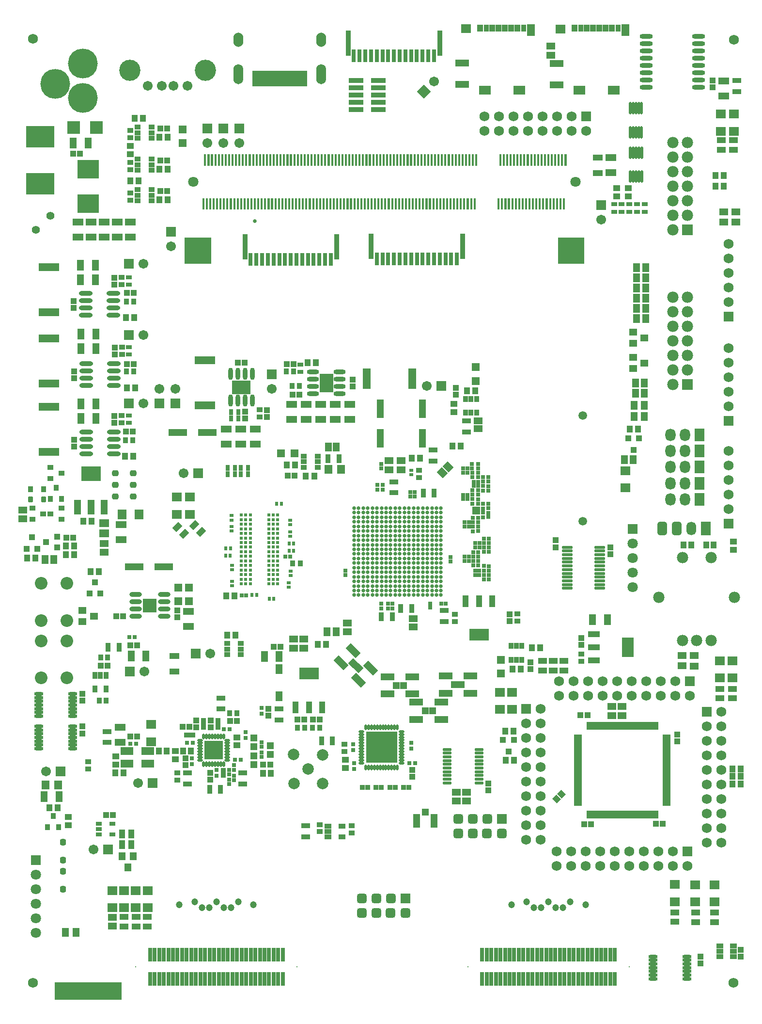
<source format=gts>
G04 Layer_Color=20142*
%FSLAX25Y25*%
%MOIN*%
G70*
G01*
G75*
%ADD88R,0.04724X0.06890*%
%ADD254C,0.02375*%
%ADD255R,0.05524X0.05524*%
%ADD256R,0.04343X0.03162*%
%ADD257R,0.04147X0.06115*%
%ADD258R,0.04737X0.05524*%
%ADD259R,0.04147X0.04343*%
%ADD260R,0.04343X0.04934*%
%ADD261R,0.04540X0.06115*%
%ADD262R,0.03950X0.04343*%
%ADD263R,0.07099X0.06391*%
%ADD264R,0.04737X0.09461*%
%ADD265R,0.04737X0.04737*%
%ADD266R,0.06115X0.04540*%
%ADD267R,0.06115X0.04147*%
%ADD268R,0.06115X0.05131*%
G04:AMPARAMS|DCode=269|XSize=61.15mil|YSize=51.31mil|CornerRadius=0mil|HoleSize=0mil|Usage=FLASHONLY|Rotation=315.000|XOffset=0mil|YOffset=0mil|HoleType=Round|Shape=Rectangle|*
%AMROTATEDRECTD269*
4,1,4,-0.03976,0.00348,-0.00348,0.03976,0.03976,-0.00348,0.00348,-0.03976,-0.03976,0.00348,0.0*
%
%ADD269ROTATEDRECTD269*%

%ADD270R,0.05131X0.06115*%
%ADD271R,0.02769X0.02572*%
%ADD272R,0.02572X0.02572*%
%ADD273R,0.02769X0.02965*%
%ADD274R,0.04343X0.08280*%
%ADD275R,0.13398X0.08280*%
%ADD276R,0.03556X0.05918*%
%ADD277O,0.01981X0.08674*%
%ADD278R,0.04343X0.04147*%
%ADD279R,0.03359X0.04343*%
%ADD280R,0.04343X0.03359*%
%ADD281R,0.05524X0.05918*%
%ADD282R,0.05524X0.05524*%
%ADD283R,0.05918X0.03556*%
%ADD284R,0.02847X0.03005*%
%ADD285R,0.03005X0.02847*%
%ADD286R,0.02769X0.02375*%
%ADD287R,0.04147X0.03753*%
%ADD288R,0.02769X0.02769*%
%ADD289R,0.08674X0.05524*%
%ADD290R,0.03359X0.05131*%
%ADD291O,0.01784X0.03950*%
%ADD292O,0.03950X0.01784*%
%ADD293R,0.13005X0.13005*%
%ADD294O,0.06312X0.02178*%
%ADD295R,0.05131X0.03359*%
%ADD296O,0.08280X0.03162*%
%ADD297R,0.09649X0.13005*%
%ADD298O,0.03162X0.08280*%
%ADD299R,0.13005X0.09649*%
%ADD300O,0.09461X0.03162*%
%ADD301R,0.08280X0.04343*%
%ADD302R,0.08280X0.13398*%
%ADD303R,0.21272X0.21272*%
%ADD304R,0.05524X0.01981*%
%ADD305R,0.01981X0.05524*%
%ADD306R,0.13792X0.10249*%
%ADD307R,0.04737X0.10249*%
%ADD308R,0.04934X0.04343*%
%ADD309R,0.04540X0.03950*%
%ADD310R,0.06902X0.04343*%
%ADD311R,0.06509X0.05328*%
%ADD312R,0.07493X0.05131*%
%ADD313R,0.03950X0.03162*%
%ADD314R,0.03556X0.04147*%
%ADD315R,0.03162X0.03950*%
%ADD316R,0.04147X0.03556*%
%ADD317R,0.04343X0.04737*%
%ADD318R,0.03556X0.03359*%
%ADD319R,0.03556X0.04343*%
%ADD320R,0.05918X0.05131*%
%ADD321R,0.04737X0.04934*%
%ADD322R,0.05524X0.14186*%
%ADD323R,0.14186X0.05524*%
%ADD324R,0.14579X0.12611*%
%ADD325R,0.01981X0.11036*%
%ADD326R,0.03753X0.05131*%
%ADD327R,0.04147X0.05131*%
%ADD328R,0.05406X0.07887*%
%ADD329R,0.06902X0.06115*%
%ADD330R,0.08280X0.06115*%
%ADD331R,0.09461X0.04737*%
%ADD332R,0.19501X0.14776*%
%ADD333R,0.04343X0.03556*%
%ADD334R,0.03556X0.04343*%
G04:AMPARAMS|DCode=335|XSize=32.8mil|YSize=40.68mil|CornerRadius=6.48mil|HoleSize=0mil|Usage=FLASHONLY|Rotation=0.000|XOffset=0mil|YOffset=0mil|HoleType=Round|Shape=RoundedRectangle|*
%AMROUNDEDRECTD335*
21,1,0.03280,0.02772,0,0,0.0*
21,1,0.01984,0.04068,0,0,0.0*
1,1,0.01296,0.00992,-0.01386*
1,1,0.01296,-0.00992,-0.01386*
1,1,0.01296,-0.00992,0.01386*
1,1,0.01296,0.00992,0.01386*
%
%ADD335ROUNDEDRECTD335*%
%ADD336R,0.03280X0.04068*%
%ADD337R,0.08674X0.08674*%
%ADD338R,0.02769X0.02769*%
%ADD339R,0.03753X0.04147*%
%ADD340R,0.03713X0.03871*%
%ADD341R,0.03871X0.03713*%
%ADD342R,0.03241X0.03398*%
%ADD343R,0.02926X0.03084*%
%ADD344R,0.04147X0.04540*%
%ADD345R,0.03950X0.04343*%
%ADD346R,0.05131X0.07493*%
%ADD347R,0.04737X0.12611*%
%ADD348R,0.12611X0.04737*%
%ADD349R,0.02769X0.09461*%
%ADD350R,0.03556X0.17335*%
%ADD351R,0.03162X0.08674*%
%ADD352P,0.06699X4X270.0*%
G04:AMPARAMS|DCode=353|XSize=47.37mil|YSize=94.61mil|CornerRadius=0mil|HoleSize=0mil|Usage=FLASHONLY|Rotation=225.000|XOffset=0mil|YOffset=0mil|HoleType=Round|Shape=Rectangle|*
%AMROTATEDRECTD353*
4,1,4,-0.01670,0.05020,0.05020,-0.01670,0.01670,-0.05020,-0.05020,0.01670,-0.01670,0.05020,0.0*
%
%ADD353ROTATEDRECTD353*%

%ADD354R,0.04737X0.04737*%
%ADD355R,0.09461X0.04737*%
%ADD356R,0.10249X0.03713*%
G04:AMPARAMS|DCode=357|XSize=37.53mil|YSize=43.43mil|CornerRadius=7.69mil|HoleSize=0mil|Usage=FLASHONLY|Rotation=90.000|XOffset=0mil|YOffset=0mil|HoleType=Round|Shape=RoundedRectangle|*
%AMROUNDEDRECTD357*
21,1,0.03753,0.02805,0,0,90.0*
21,1,0.02215,0.04343,0,0,90.0*
1,1,0.01538,0.01403,0.01107*
1,1,0.01538,0.01403,-0.01107*
1,1,0.01538,-0.01403,-0.01107*
1,1,0.01538,-0.01403,0.01107*
%
%ADD357ROUNDEDRECTD357*%
%ADD358R,0.04343X0.03950*%
%ADD359R,0.02375X0.02769*%
%ADD360R,0.09816X0.09816*%
%ADD361O,0.08674X0.03162*%
%ADD362R,0.02572X0.02572*%
%ADD363R,0.04343X0.03556*%
%ADD364R,0.06115X0.04737*%
%ADD365R,0.04737X0.06115*%
%ADD366O,0.09068X0.03162*%
%ADD367O,0.07493X0.02178*%
G04:AMPARAMS|DCode=368|XSize=43.43mil|YSize=41.47mil|CornerRadius=0mil|HoleSize=0mil|Usage=FLASHONLY|Rotation=135.000|XOffset=0mil|YOffset=0mil|HoleType=Round|Shape=Rectangle|*
%AMROTATEDRECTD368*
4,1,4,0.03002,-0.00070,0.00070,-0.03002,-0.03002,0.00070,-0.00070,0.03002,0.03002,-0.00070,0.0*
%
%ADD368ROTATEDRECTD368*%

G04:AMPARAMS|DCode=369|XSize=37.53mil|YSize=43.43mil|CornerRadius=7.69mil|HoleSize=0mil|Usage=FLASHONLY|Rotation=0.000|XOffset=0mil|YOffset=0mil|HoleType=Round|Shape=RoundedRectangle|*
%AMROUNDEDRECTD369*
21,1,0.03753,0.02805,0,0,0.0*
21,1,0.02215,0.04343,0,0,0.0*
1,1,0.01538,0.01107,-0.01403*
1,1,0.01538,-0.01107,-0.01403*
1,1,0.01538,-0.01107,0.01403*
1,1,0.01538,0.01107,0.01403*
%
%ADD369ROUNDEDRECTD369*%
G04:AMPARAMS|DCode=370|XSize=61.15mil|YSize=41.47mil|CornerRadius=0mil|HoleSize=0mil|Usage=FLASHONLY|Rotation=225.000|XOffset=0mil|YOffset=0mil|HoleType=Round|Shape=Rectangle|*
%AMROTATEDRECTD370*
4,1,4,0.00696,0.03628,0.03628,0.00696,-0.00696,-0.03628,-0.03628,-0.00696,0.00696,0.03628,0.0*
%
%ADD370ROTATEDRECTD370*%

%ADD371R,0.06391X0.07099*%
%ADD372R,0.05524X0.04737*%
%ADD373O,0.06312X0.02572*%
%ADD374C,0.02572*%
%ADD375C,0.06800*%
%ADD376R,0.06706X0.06706*%
%ADD377C,0.06706*%
G04:AMPARAMS|DCode=378|XSize=68mil|YSize=68mil|CornerRadius=19mil|HoleSize=0mil|Usage=FLASHONLY|Rotation=180.000|XOffset=0mil|YOffset=0mil|HoleType=Round|Shape=RoundedRectangle|*
%AMROUNDEDRECTD378*
21,1,0.06800,0.03000,0,0,180.0*
21,1,0.03000,0.06800,0,0,180.0*
1,1,0.03800,-0.01500,0.01500*
1,1,0.03800,0.01500,0.01500*
1,1,0.03800,0.01500,-0.01500*
1,1,0.03800,-0.01500,-0.01500*
%
%ADD378ROUNDEDRECTD378*%
%ADD379R,0.06800X0.06800*%
%ADD380R,0.06706X0.06706*%
%ADD381C,0.07887*%
%ADD382C,0.20485*%
%ADD383O,0.06706X0.13792*%
%ADD384O,0.06706X0.09855*%
%ADD385C,0.14579*%
%ADD386C,0.05524*%
%ADD387C,0.00800*%
%ADD388P,0.09483X4X90.0*%
%ADD389C,0.04737*%
%ADD390C,0.05969*%
%ADD391R,0.06800X0.06800*%
%ADD392R,0.07099X0.08674*%
%ADD393O,0.07099X0.08674*%
%ADD394C,0.07800*%
G04:AMPARAMS|DCode=395|XSize=68mil|YSize=93mil|CornerRadius=19mil|HoleSize=0mil|Usage=FLASHONLY|Rotation=180.000|XOffset=0mil|YOffset=0mil|HoleType=Round|Shape=RoundedRectangle|*
%AMROUNDEDRECTD395*
21,1,0.06800,0.05500,0,0,180.0*
21,1,0.03000,0.09300,0,0,180.0*
1,1,0.03800,-0.01500,0.02750*
1,1,0.03800,0.01500,0.02750*
1,1,0.03800,0.01500,-0.02750*
1,1,0.03800,-0.01500,-0.02750*
%
%ADD395ROUNDEDRECTD395*%
%ADD396O,0.06800X0.09300*%
%ADD397R,0.06800X0.09300*%
%ADD398R,0.07099X0.07099*%
%ADD399C,0.07099*%
%ADD400R,0.07099X0.07099*%
%ADD401R,0.07800X0.07800*%
%ADD402C,0.08674*%
%ADD403C,0.02769*%
G36*
X318909Y604029D02*
X317531D01*
Y611903D01*
X318909D01*
Y604029D01*
D02*
G37*
G36*
X321272D02*
X319894D01*
Y611903D01*
X321272D01*
Y604029D01*
D02*
G37*
G36*
X323634D02*
X322256D01*
Y611903D01*
X323634D01*
Y604029D01*
D02*
G37*
G36*
X311823D02*
X310445D01*
Y611903D01*
X311823D01*
Y604029D01*
D02*
G37*
G36*
X314185D02*
X312807D01*
Y611903D01*
X314185D01*
Y604029D01*
D02*
G37*
G36*
X316547D02*
X315169D01*
Y611903D01*
X316547D01*
Y604029D01*
D02*
G37*
G36*
X333083D02*
X331705D01*
Y611903D01*
X333083D01*
Y604029D01*
D02*
G37*
G36*
X335445D02*
X334067D01*
Y611903D01*
X335445D01*
Y604029D01*
D02*
G37*
G36*
X337807D02*
X336429D01*
Y611903D01*
X337807D01*
Y604029D01*
D02*
G37*
G36*
X325996D02*
X324618D01*
Y611903D01*
X325996D01*
Y604029D01*
D02*
G37*
G36*
X328358D02*
X326980D01*
Y611903D01*
X328358D01*
Y604029D01*
D02*
G37*
G36*
X330720D02*
X329343D01*
Y611903D01*
X330720D01*
Y604029D01*
D02*
G37*
G36*
X309461D02*
X308083D01*
Y611903D01*
X309461D01*
Y604029D01*
D02*
G37*
G36*
X288201D02*
X286823D01*
Y611903D01*
X288201D01*
Y604029D01*
D02*
G37*
G36*
X290563D02*
X289185D01*
Y611903D01*
X290563D01*
Y604029D01*
D02*
G37*
G36*
X292925D02*
X291547D01*
Y611903D01*
X292925D01*
Y604029D01*
D02*
G37*
G36*
X281114D02*
X279736D01*
Y611903D01*
X281114D01*
Y604029D01*
D02*
G37*
G36*
X283476D02*
X282098D01*
Y611903D01*
X283476D01*
Y604029D01*
D02*
G37*
G36*
X285839D02*
X284461D01*
Y611903D01*
X285839D01*
Y604029D01*
D02*
G37*
G36*
X302374D02*
X300996D01*
Y611903D01*
X302374D01*
Y604029D01*
D02*
G37*
G36*
X304736D02*
X303358D01*
Y611903D01*
X304736D01*
Y604029D01*
D02*
G37*
G36*
X307098D02*
X305720D01*
Y611903D01*
X307098D01*
Y604029D01*
D02*
G37*
G36*
X295287D02*
X293910D01*
Y611903D01*
X295287D01*
Y604029D01*
D02*
G37*
G36*
X297650D02*
X296272D01*
Y611903D01*
X297650D01*
Y604029D01*
D02*
G37*
G36*
X300012D02*
X298634D01*
Y611903D01*
X300012D01*
Y604029D01*
D02*
G37*
G36*
X392138D02*
X390760D01*
Y611903D01*
X392138D01*
Y604029D01*
D02*
G37*
G36*
X394500D02*
X393122D01*
Y611903D01*
X394500D01*
Y604029D01*
D02*
G37*
G36*
X396862D02*
X395484D01*
Y611903D01*
X396862D01*
Y604029D01*
D02*
G37*
G36*
X385051D02*
X383673D01*
Y611903D01*
X385051D01*
Y604029D01*
D02*
G37*
G36*
X387413D02*
X386035D01*
Y611903D01*
X387413D01*
Y604029D01*
D02*
G37*
G36*
X389776D02*
X388398D01*
Y611903D01*
X389776D01*
Y604029D01*
D02*
G37*
G36*
X406311D02*
X404933D01*
Y611903D01*
X406311D01*
Y604029D01*
D02*
G37*
G36*
X408673D02*
X407295D01*
Y611903D01*
X408673D01*
Y604029D01*
D02*
G37*
G36*
X411035D02*
X409657D01*
Y611903D01*
X411035D01*
Y604029D01*
D02*
G37*
G36*
X399224D02*
X397847D01*
Y611903D01*
X399224D01*
Y604029D01*
D02*
G37*
G36*
X401587D02*
X400209D01*
Y611903D01*
X401587D01*
Y604029D01*
D02*
G37*
G36*
X403949D02*
X402571D01*
Y611903D01*
X403949D01*
Y604029D01*
D02*
G37*
G36*
X382689D02*
X381311D01*
Y611903D01*
X382689D01*
Y604029D01*
D02*
G37*
G36*
X347256D02*
X345878D01*
Y611903D01*
X347256D01*
Y604029D01*
D02*
G37*
G36*
X349618D02*
X348240D01*
Y611903D01*
X349618D01*
Y604029D01*
D02*
G37*
G36*
X351980D02*
X350602D01*
Y611903D01*
X351980D01*
Y604029D01*
D02*
G37*
G36*
X340169D02*
X338791D01*
Y611903D01*
X340169D01*
Y604029D01*
D02*
G37*
G36*
X342531D02*
X341154D01*
Y611903D01*
X342531D01*
Y604029D01*
D02*
G37*
G36*
X344894D02*
X343516D01*
Y611903D01*
X344894D01*
Y604029D01*
D02*
G37*
G36*
X375602D02*
X374224D01*
Y611903D01*
X375602D01*
Y604029D01*
D02*
G37*
G36*
X377965D02*
X376587D01*
Y611903D01*
X377965D01*
Y604029D01*
D02*
G37*
G36*
X380327D02*
X378949D01*
Y611903D01*
X380327D01*
Y604029D01*
D02*
G37*
G36*
X354343D02*
X352965D01*
Y611903D01*
X354343D01*
Y604029D01*
D02*
G37*
G36*
X370878D02*
X369500D01*
Y611903D01*
X370878D01*
Y604029D01*
D02*
G37*
G36*
X373240D02*
X371862D01*
Y611903D01*
X373240D01*
Y604029D01*
D02*
G37*
G36*
X278752D02*
X277374D01*
Y611903D01*
X278752D01*
Y604029D01*
D02*
G37*
G36*
X198437D02*
X197059D01*
Y611903D01*
X198437D01*
Y604029D01*
D02*
G37*
G36*
X200799D02*
X199421D01*
Y611903D01*
X200799D01*
Y604029D01*
D02*
G37*
G36*
X203161D02*
X201783D01*
Y611903D01*
X203161D01*
Y604029D01*
D02*
G37*
G36*
X191350D02*
X189972D01*
Y611903D01*
X191350D01*
Y604029D01*
D02*
G37*
G36*
X193713D02*
X192335D01*
Y611903D01*
X193713D01*
Y604029D01*
D02*
G37*
G36*
X196075D02*
X194697D01*
Y611903D01*
X196075D01*
Y604029D01*
D02*
G37*
G36*
X212610D02*
X211232D01*
Y611903D01*
X212610D01*
Y604029D01*
D02*
G37*
G36*
X214972D02*
X213595D01*
Y611903D01*
X214972D01*
Y604029D01*
D02*
G37*
G36*
X217335D02*
X215957D01*
Y611903D01*
X217335D01*
Y604029D01*
D02*
G37*
G36*
X205524D02*
X204146D01*
Y611903D01*
X205524D01*
Y604029D01*
D02*
G37*
G36*
X207886D02*
X206508D01*
Y611903D01*
X207886D01*
Y604029D01*
D02*
G37*
G36*
X210248D02*
X208870D01*
Y611903D01*
X210248D01*
Y604029D01*
D02*
G37*
G36*
X188988D02*
X187610D01*
Y611903D01*
X188988D01*
Y604029D01*
D02*
G37*
G36*
X167728D02*
X166350D01*
Y611903D01*
X167728D01*
Y604029D01*
D02*
G37*
G36*
X170090D02*
X168713D01*
Y611903D01*
X170090D01*
Y604029D01*
D02*
G37*
G36*
X172453D02*
X171075D01*
Y611903D01*
X172453D01*
Y604029D01*
D02*
G37*
G36*
X110846Y60905D02*
X64646D01*
Y72806D01*
X110846D01*
Y60905D01*
D02*
G37*
G36*
X172354Y566706D02*
X154244D01*
Y584817D01*
X172354D01*
Y566706D01*
D02*
G37*
G36*
X429047D02*
X410937D01*
Y584817D01*
X429047D01*
Y566706D01*
D02*
G37*
G36*
X181902Y604029D02*
X180524D01*
Y611903D01*
X181902D01*
Y604029D01*
D02*
G37*
G36*
X184264D02*
X182886D01*
Y611903D01*
X184264D01*
Y604029D01*
D02*
G37*
G36*
X186626D02*
X185248D01*
Y611903D01*
X186626D01*
Y604029D01*
D02*
G37*
G36*
X174815D02*
X173437D01*
Y611903D01*
X174815D01*
Y604029D01*
D02*
G37*
G36*
X177177D02*
X175799D01*
Y611903D01*
X177177D01*
Y604029D01*
D02*
G37*
G36*
X179539D02*
X178161D01*
Y611903D01*
X179539D01*
Y604029D01*
D02*
G37*
G36*
X257492D02*
X256114D01*
Y611903D01*
X257492D01*
Y604029D01*
D02*
G37*
G36*
X259854D02*
X258476D01*
Y611903D01*
X259854D01*
Y604029D01*
D02*
G37*
G36*
X262216D02*
X260839D01*
Y611903D01*
X262216D01*
Y604029D01*
D02*
G37*
G36*
X250406D02*
X249028D01*
Y611903D01*
X250406D01*
Y604029D01*
D02*
G37*
G36*
X252768D02*
X251390D01*
Y611903D01*
X252768D01*
Y604029D01*
D02*
G37*
G36*
X255130D02*
X253752D01*
Y611903D01*
X255130D01*
Y604029D01*
D02*
G37*
G36*
X271665D02*
X270287D01*
Y611903D01*
X271665D01*
Y604029D01*
D02*
G37*
G36*
X274027D02*
X272650D01*
Y611903D01*
X274027D01*
Y604029D01*
D02*
G37*
G36*
X276390D02*
X275012D01*
Y611903D01*
X276390D01*
Y604029D01*
D02*
G37*
G36*
X264579D02*
X263201D01*
Y611903D01*
X264579D01*
Y604029D01*
D02*
G37*
G36*
X266941D02*
X265563D01*
Y611903D01*
X266941D01*
Y604029D01*
D02*
G37*
G36*
X269303D02*
X267925D01*
Y611903D01*
X269303D01*
Y604029D01*
D02*
G37*
G36*
X248043D02*
X246665D01*
Y611903D01*
X248043D01*
Y604029D01*
D02*
G37*
G36*
X226783D02*
X225406D01*
Y611903D01*
X226783D01*
Y604029D01*
D02*
G37*
G36*
X229146D02*
X227768D01*
Y611903D01*
X229146D01*
Y604029D01*
D02*
G37*
G36*
X231508D02*
X230130D01*
Y611903D01*
X231508D01*
Y604029D01*
D02*
G37*
G36*
X219697D02*
X218319D01*
Y611903D01*
X219697D01*
Y604029D01*
D02*
G37*
G36*
X222059D02*
X220681D01*
Y611903D01*
X222059D01*
Y604029D01*
D02*
G37*
G36*
X224421D02*
X223043D01*
Y611903D01*
X224421D01*
Y604029D01*
D02*
G37*
G36*
X240957D02*
X239579D01*
Y611903D01*
X240957D01*
Y604029D01*
D02*
G37*
G36*
X243319D02*
X241941D01*
Y611903D01*
X243319D01*
Y604029D01*
D02*
G37*
G36*
X245681D02*
X244303D01*
Y611903D01*
X245681D01*
Y604029D01*
D02*
G37*
G36*
X233870D02*
X232492D01*
Y611903D01*
X233870D01*
Y604029D01*
D02*
G37*
G36*
X236232D02*
X234854D01*
Y611903D01*
X236232D01*
Y604029D01*
D02*
G37*
G36*
X238595D02*
X237216D01*
Y611903D01*
X238595D01*
Y604029D01*
D02*
G37*
G36*
X413398D02*
X412020D01*
Y611903D01*
X413398D01*
Y604029D01*
D02*
G37*
G36*
X324815Y634108D02*
X323437D01*
Y641982D01*
X324815D01*
Y634108D01*
D02*
G37*
G36*
X327177D02*
X325799D01*
Y641982D01*
X327177D01*
Y634108D01*
D02*
G37*
G36*
X329539D02*
X328161D01*
Y641982D01*
X329539D01*
Y634108D01*
D02*
G37*
G36*
X317728D02*
X316350D01*
Y641982D01*
X317728D01*
Y634108D01*
D02*
G37*
G36*
X320091D02*
X318713D01*
Y641982D01*
X320091D01*
Y634108D01*
D02*
G37*
G36*
X322453D02*
X321075D01*
Y641982D01*
X322453D01*
Y634108D01*
D02*
G37*
G36*
X338988D02*
X337610D01*
Y641982D01*
X338988D01*
Y634108D01*
D02*
G37*
G36*
X341350D02*
X339972D01*
Y641982D01*
X341350D01*
Y634108D01*
D02*
G37*
G36*
X343713D02*
X342335D01*
Y641982D01*
X343713D01*
Y634108D01*
D02*
G37*
G36*
X331902D02*
X330524D01*
Y641982D01*
X331902D01*
Y634108D01*
D02*
G37*
G36*
X334264D02*
X332886D01*
Y641982D01*
X334264D01*
Y634108D01*
D02*
G37*
G36*
X336626D02*
X335248D01*
Y641982D01*
X336626D01*
Y634108D01*
D02*
G37*
G36*
X315366D02*
X313988D01*
Y641982D01*
X315366D01*
Y634108D01*
D02*
G37*
G36*
X294106D02*
X292728D01*
Y641982D01*
X294106D01*
Y634108D01*
D02*
G37*
G36*
X296468D02*
X295091D01*
Y641982D01*
X296468D01*
Y634108D01*
D02*
G37*
G36*
X298831D02*
X297453D01*
Y641982D01*
X298831D01*
Y634108D01*
D02*
G37*
G36*
X287020D02*
X285642D01*
Y641982D01*
X287020D01*
Y634108D01*
D02*
G37*
G36*
X289382D02*
X288004D01*
Y641982D01*
X289382D01*
Y634108D01*
D02*
G37*
G36*
X291744D02*
X290366D01*
Y641982D01*
X291744D01*
Y634108D01*
D02*
G37*
G36*
X308279D02*
X306902D01*
Y641982D01*
X308279D01*
Y634108D01*
D02*
G37*
G36*
X310642D02*
X309264D01*
Y641982D01*
X310642D01*
Y634108D01*
D02*
G37*
G36*
X313004D02*
X311626D01*
Y641982D01*
X313004D01*
Y634108D01*
D02*
G37*
G36*
X301193D02*
X299815D01*
Y641982D01*
X301193D01*
Y634108D01*
D02*
G37*
G36*
X303555D02*
X302177D01*
Y641982D01*
X303555D01*
Y634108D01*
D02*
G37*
G36*
X305917D02*
X304539D01*
Y641982D01*
X305917D01*
Y634108D01*
D02*
G37*
G36*
X398043D02*
X396665D01*
Y641982D01*
X398043D01*
Y634108D01*
D02*
G37*
G36*
X400406D02*
X399028D01*
Y641982D01*
X400406D01*
Y634108D01*
D02*
G37*
G36*
X402768D02*
X401390D01*
Y641982D01*
X402768D01*
Y634108D01*
D02*
G37*
G36*
X390957D02*
X389579D01*
Y641982D01*
X390957D01*
Y634108D01*
D02*
G37*
G36*
X393319D02*
X391941D01*
Y641982D01*
X393319D01*
Y634108D01*
D02*
G37*
G36*
X395681D02*
X394303D01*
Y641982D01*
X395681D01*
Y634108D01*
D02*
G37*
G36*
X412217D02*
X410839D01*
Y641982D01*
X412217D01*
Y634108D01*
D02*
G37*
G36*
X414579D02*
X413201D01*
Y641982D01*
X414579D01*
Y634108D01*
D02*
G37*
G36*
X416941D02*
X415563D01*
Y641982D01*
X416941D01*
Y634108D01*
D02*
G37*
G36*
X405130D02*
X403752D01*
Y641982D01*
X405130D01*
Y634108D01*
D02*
G37*
G36*
X407492D02*
X406114D01*
Y641982D01*
X407492D01*
Y634108D01*
D02*
G37*
G36*
X409854D02*
X408476D01*
Y641982D01*
X409854D01*
Y634108D01*
D02*
G37*
G36*
X388595D02*
X387216D01*
Y641982D01*
X388595D01*
Y634108D01*
D02*
G37*
G36*
X353161D02*
X351783D01*
Y641982D01*
X353161D01*
Y634108D01*
D02*
G37*
G36*
X355524D02*
X354146D01*
Y641982D01*
X355524D01*
Y634108D01*
D02*
G37*
G36*
X372059D02*
X370681D01*
Y641982D01*
X372059D01*
Y634108D01*
D02*
G37*
G36*
X346075D02*
X344697D01*
Y641982D01*
X346075D01*
Y634108D01*
D02*
G37*
G36*
X348437D02*
X347059D01*
Y641982D01*
X348437D01*
Y634108D01*
D02*
G37*
G36*
X350799D02*
X349421D01*
Y641982D01*
X350799D01*
Y634108D01*
D02*
G37*
G36*
X381508D02*
X380130D01*
Y641982D01*
X381508D01*
Y634108D01*
D02*
G37*
G36*
X383870D02*
X382492D01*
Y641982D01*
X383870D01*
Y634108D01*
D02*
G37*
G36*
X386232D02*
X384854D01*
Y641982D01*
X386232D01*
Y634108D01*
D02*
G37*
G36*
X374421D02*
X373043D01*
Y641982D01*
X374421D01*
Y634108D01*
D02*
G37*
G36*
X376783D02*
X375406D01*
Y641982D01*
X376783D01*
Y634108D01*
D02*
G37*
G36*
X379146D02*
X377768D01*
Y641982D01*
X379146D01*
Y634108D01*
D02*
G37*
G36*
X284658D02*
X283279D01*
Y641982D01*
X284658D01*
Y634108D01*
D02*
G37*
G36*
X204343D02*
X202965D01*
Y641982D01*
X204343D01*
Y634108D01*
D02*
G37*
G36*
X206705D02*
X205327D01*
Y641982D01*
X206705D01*
Y634108D01*
D02*
G37*
G36*
X209067D02*
X207689D01*
Y641982D01*
X209067D01*
Y634108D01*
D02*
G37*
G36*
X197256D02*
X195878D01*
Y641982D01*
X197256D01*
Y634108D01*
D02*
G37*
G36*
X199618D02*
X198240D01*
Y641982D01*
X199618D01*
Y634108D01*
D02*
G37*
G36*
X201980D02*
X200602D01*
Y641982D01*
X201980D01*
Y634108D01*
D02*
G37*
G36*
X218516D02*
X217138D01*
Y641982D01*
X218516D01*
Y634108D01*
D02*
G37*
G36*
X220878D02*
X219500D01*
Y641982D01*
X220878D01*
Y634108D01*
D02*
G37*
G36*
X223240D02*
X221862D01*
Y641982D01*
X223240D01*
Y634108D01*
D02*
G37*
G36*
X211429D02*
X210051D01*
Y641982D01*
X211429D01*
Y634108D01*
D02*
G37*
G36*
X213791D02*
X212413D01*
Y641982D01*
X213791D01*
Y634108D01*
D02*
G37*
G36*
X216154D02*
X214776D01*
Y641982D01*
X216154D01*
Y634108D01*
D02*
G37*
G36*
X194894D02*
X193516D01*
Y641982D01*
X194894D01*
Y634108D01*
D02*
G37*
G36*
X173634D02*
X172256D01*
Y641982D01*
X173634D01*
Y634108D01*
D02*
G37*
G36*
X175996D02*
X174618D01*
Y641982D01*
X175996D01*
Y634108D01*
D02*
G37*
G36*
X178358D02*
X176980D01*
Y641982D01*
X178358D01*
Y634108D01*
D02*
G37*
G36*
X415760Y604029D02*
X414382D01*
Y611903D01*
X415760D01*
Y604029D01*
D02*
G37*
G36*
X168909Y634108D02*
X167532D01*
Y641982D01*
X168909D01*
Y634108D01*
D02*
G37*
G36*
X171272D02*
X169894D01*
Y641982D01*
X171272D01*
Y634108D01*
D02*
G37*
G36*
X187807D02*
X186429D01*
Y641982D01*
X187807D01*
Y634108D01*
D02*
G37*
G36*
X190169D02*
X188791D01*
Y641982D01*
X190169D01*
Y634108D01*
D02*
G37*
G36*
X192532D02*
X191154D01*
Y641982D01*
X192532D01*
Y634108D01*
D02*
G37*
G36*
X180720D02*
X179342D01*
Y641982D01*
X180720D01*
Y634108D01*
D02*
G37*
G36*
X183083D02*
X181705D01*
Y641982D01*
X183083D01*
Y634108D01*
D02*
G37*
G36*
X185445D02*
X184067D01*
Y641982D01*
X185445D01*
Y634108D01*
D02*
G37*
G36*
X263398D02*
X262020D01*
Y641982D01*
X263398D01*
Y634108D01*
D02*
G37*
G36*
X265760D02*
X264382D01*
Y641982D01*
X265760D01*
Y634108D01*
D02*
G37*
G36*
X268122D02*
X266744D01*
Y641982D01*
X268122D01*
Y634108D01*
D02*
G37*
G36*
X256311D02*
X254933D01*
Y641982D01*
X256311D01*
Y634108D01*
D02*
G37*
G36*
X258673D02*
X257295D01*
Y641982D01*
X258673D01*
Y634108D01*
D02*
G37*
G36*
X261035D02*
X259658D01*
Y641982D01*
X261035D01*
Y634108D01*
D02*
G37*
G36*
X277571D02*
X276193D01*
Y641982D01*
X277571D01*
Y634108D01*
D02*
G37*
G36*
X279933D02*
X278555D01*
Y641982D01*
X279933D01*
Y634108D01*
D02*
G37*
G36*
X282295D02*
X280917D01*
Y641982D01*
X282295D01*
Y634108D01*
D02*
G37*
G36*
X270484D02*
X269106D01*
Y641982D01*
X270484D01*
Y634108D01*
D02*
G37*
G36*
X272846D02*
X271468D01*
Y641982D01*
X272846D01*
Y634108D01*
D02*
G37*
G36*
X275209D02*
X273831D01*
Y641982D01*
X275209D01*
Y634108D01*
D02*
G37*
G36*
X253949D02*
X252571D01*
Y641982D01*
X253949D01*
Y634108D01*
D02*
G37*
G36*
X232689D02*
X231311D01*
Y641982D01*
X232689D01*
Y634108D01*
D02*
G37*
G36*
X235051D02*
X233673D01*
Y641982D01*
X235051D01*
Y634108D01*
D02*
G37*
G36*
X237413D02*
X236035D01*
Y641982D01*
X237413D01*
Y634108D01*
D02*
G37*
G36*
X225602D02*
X224224D01*
Y641982D01*
X225602D01*
Y634108D01*
D02*
G37*
G36*
X227965D02*
X226587D01*
Y641982D01*
X227965D01*
Y634108D01*
D02*
G37*
G36*
X230327D02*
X228949D01*
Y641982D01*
X230327D01*
Y634108D01*
D02*
G37*
G36*
X246862D02*
X245484D01*
Y641982D01*
X246862D01*
Y634108D01*
D02*
G37*
G36*
X249224D02*
X247847D01*
Y641982D01*
X249224D01*
Y634108D01*
D02*
G37*
G36*
X251587D02*
X250209D01*
Y641982D01*
X251587D01*
Y634108D01*
D02*
G37*
G36*
X239776D02*
X238398D01*
Y641982D01*
X239776D01*
Y634108D01*
D02*
G37*
G36*
X242138D02*
X240760D01*
Y641982D01*
X242138D01*
Y634108D01*
D02*
G37*
G36*
X244500D02*
X243122D01*
Y641982D01*
X244500D01*
Y634108D01*
D02*
G37*
D88*
X219146Y269555D02*
D03*
Y288256D02*
D03*
D254*
X218244Y346783D02*
D03*
X215094D02*
D03*
X211945D02*
D03*
X199346D02*
D03*
X196197D02*
D03*
X193047D02*
D03*
X218244Y349933D02*
D03*
X215094D02*
D03*
X211945D02*
D03*
X199346D02*
D03*
X196197D02*
D03*
X193047D02*
D03*
X218244Y353083D02*
D03*
X215094D02*
D03*
X211945D02*
D03*
X199346D02*
D03*
X196197D02*
D03*
X193047D02*
D03*
X218244Y356232D02*
D03*
X215094D02*
D03*
X211945D02*
D03*
X199346D02*
D03*
X196197D02*
D03*
X193047D02*
D03*
X218244Y359382D02*
D03*
X215094D02*
D03*
X211945D02*
D03*
X199346D02*
D03*
X196197D02*
D03*
X193047D02*
D03*
X218244Y362531D02*
D03*
X215094D02*
D03*
X211945D02*
D03*
X199346D02*
D03*
X196197D02*
D03*
X193047D02*
D03*
X218244Y365681D02*
D03*
X215094D02*
D03*
X199346D02*
D03*
X196197D02*
D03*
X193047D02*
D03*
X218244Y368831D02*
D03*
X215094D02*
D03*
X199346D02*
D03*
X196197D02*
D03*
X193047D02*
D03*
X218244Y371980D02*
D03*
X215094D02*
D03*
X211945D02*
D03*
X199346D02*
D03*
X196197D02*
D03*
X193047D02*
D03*
X218244Y375130D02*
D03*
X215094D02*
D03*
X211945D02*
D03*
X196197D02*
D03*
X193047D02*
D03*
X218244Y378279D02*
D03*
X215094D02*
D03*
X211945D02*
D03*
X196197D02*
D03*
X193047D02*
D03*
X218244Y381429D02*
D03*
X215094D02*
D03*
X211945D02*
D03*
X199346D02*
D03*
X196197D02*
D03*
X193047D02*
D03*
X218244Y384579D02*
D03*
X215094D02*
D03*
X211945D02*
D03*
X199346D02*
D03*
X196197D02*
D03*
X193047D02*
D03*
X218244Y387728D02*
D03*
X215094D02*
D03*
X199346D02*
D03*
X196197D02*
D03*
X193047D02*
D03*
X218244Y390878D02*
D03*
X215094D02*
D03*
X199346D02*
D03*
X196197D02*
D03*
X193047D02*
D03*
X218244Y394028D02*
D03*
X215094D02*
D03*
X211945D02*
D03*
X199346D02*
D03*
X196197D02*
D03*
X193047D02*
D03*
X211945Y368831D02*
D03*
Y365681D02*
D03*
X199346Y378279D02*
D03*
Y375130D02*
D03*
X211945Y390878D02*
D03*
Y387728D02*
D03*
D255*
X152746Y659230D02*
D03*
Y649781D02*
D03*
X371846Y294630D02*
D03*
Y285181D02*
D03*
X354546Y486281D02*
D03*
Y495730D02*
D03*
X157246Y344130D02*
D03*
Y334681D02*
D03*
X149646Y344130D02*
D03*
Y334681D02*
D03*
D256*
X95121Y181946D02*
D03*
Y178206D02*
D03*
Y174465D02*
D03*
X104570D02*
D03*
Y181946D02*
D03*
D257*
X111098Y167506D02*
D03*
X117594D02*
D03*
Y174805D02*
D03*
X111098D02*
D03*
D258*
X118686Y159543D02*
D03*
X111205D02*
D03*
X114946Y151669D02*
D03*
D259*
X104908Y187906D02*
D03*
X100183D02*
D03*
X224984Y421206D02*
D03*
X229708D02*
D03*
X185315Y252406D02*
D03*
X190039D02*
D03*
X116783Y241905D02*
D03*
X121508D02*
D03*
X101108Y290605D02*
D03*
X96384D02*
D03*
X116602Y304486D02*
D03*
X121326D02*
D03*
X157508Y248406D02*
D03*
X152784D02*
D03*
X247008Y253405D02*
D03*
X242284D02*
D03*
X231783D02*
D03*
X236508D02*
D03*
X220008Y303405D02*
D03*
X215283D02*
D03*
X142008Y637906D02*
D03*
X137284D02*
D03*
X142008Y616905D02*
D03*
X137284D02*
D03*
X142008Y659905D02*
D03*
X137284D02*
D03*
X77508Y378405D02*
D03*
X72783D02*
D03*
X233008Y476905D02*
D03*
X228284D02*
D03*
X224283Y497905D02*
D03*
X229008D02*
D03*
X190783Y498906D02*
D03*
X195508D02*
D03*
X114283Y546906D02*
D03*
X119008D02*
D03*
X114283Y497905D02*
D03*
X119008D02*
D03*
X113674Y451539D02*
D03*
X118399D02*
D03*
X77284Y642406D02*
D03*
X82008D02*
D03*
X107184Y324505D02*
D03*
X111908D02*
D03*
X478284Y181705D02*
D03*
X483008D02*
D03*
X428983Y181405D02*
D03*
X433708D02*
D03*
X431308Y256306D02*
D03*
X426583D02*
D03*
D260*
X245791Y305205D02*
D03*
X251500D02*
D03*
X466000Y453006D02*
D03*
X460291D02*
D03*
X385400Y288206D02*
D03*
X379691D02*
D03*
X348391Y479605D02*
D03*
X354100D02*
D03*
X230100Y428305D02*
D03*
X224391D02*
D03*
X112000Y216905D02*
D03*
X106291D02*
D03*
X380400Y245406D02*
D03*
X374691D02*
D03*
X189000Y311405D02*
D03*
X183291D02*
D03*
X142500Y631906D02*
D03*
X136791D02*
D03*
X116791Y623906D02*
D03*
X122500D02*
D03*
X119791Y666905D02*
D03*
X125500D02*
D03*
X142500Y610906D02*
D03*
X136791D02*
D03*
X142500Y653905D02*
D03*
X136791D02*
D03*
X84291Y389906D02*
D03*
X90000D02*
D03*
X78000Y372905D02*
D03*
X72291D02*
D03*
Y366905D02*
D03*
X78000D02*
D03*
X45791Y364405D02*
D03*
X51500D02*
D03*
X244500Y498906D02*
D03*
X238791D02*
D03*
X119500Y529906D02*
D03*
X113791D02*
D03*
X120000Y481405D02*
D03*
X114291D02*
D03*
X118891Y434539D02*
D03*
X113182D02*
D03*
X374991Y225406D02*
D03*
X380700D02*
D03*
X310391Y433006D02*
D03*
X316100D02*
D03*
X188500Y338405D02*
D03*
X182791D02*
D03*
X243300Y420706D02*
D03*
X237591D02*
D03*
X393191Y302805D02*
D03*
X398900D02*
D03*
X525100Y627406D02*
D03*
X519391D02*
D03*
X525100Y620106D02*
D03*
X519391D02*
D03*
X338491Y441505D02*
D03*
X344200D02*
D03*
X95000Y355006D02*
D03*
X89291D02*
D03*
X60991Y192806D02*
D03*
X66700D02*
D03*
X531191Y219506D02*
D03*
X536900D02*
D03*
X531191Y214405D02*
D03*
X536900D02*
D03*
X531191Y209105D02*
D03*
X536900D02*
D03*
D261*
X462797Y432105D02*
D03*
X456695D02*
D03*
X258297Y313705D02*
D03*
X252194D02*
D03*
X58095Y363405D02*
D03*
X64197D02*
D03*
X471297Y557105D02*
D03*
X465195D02*
D03*
X470597Y484805D02*
D03*
X464495D02*
D03*
X471297Y536105D02*
D03*
X465195D02*
D03*
X471297Y550105D02*
D03*
X465195D02*
D03*
X471297Y564106D02*
D03*
X465195D02*
D03*
X471297Y543106D02*
D03*
X465195D02*
D03*
X471297Y529106D02*
D03*
X465195D02*
D03*
X470597Y477705D02*
D03*
X464495D02*
D03*
D262*
X466786Y446642D02*
D03*
X459305D02*
D03*
X463046Y438768D02*
D03*
X376946Y231469D02*
D03*
X373205Y239342D02*
D03*
X380686D02*
D03*
X49146Y378842D02*
D03*
X52886Y370969D02*
D03*
X45406D02*
D03*
X92446Y347942D02*
D03*
X96186Y340069D02*
D03*
X88705D02*
D03*
D263*
X457546Y424595D02*
D03*
Y412706D02*
D03*
X518746Y139906D02*
D03*
Y128016D02*
D03*
X505546Y139906D02*
D03*
Y128016D02*
D03*
X491346Y140105D02*
D03*
Y128216D02*
D03*
X530991Y293938D02*
D03*
Y282049D02*
D03*
X522391Y293938D02*
D03*
Y282049D02*
D03*
X523146Y669805D02*
D03*
Y657916D02*
D03*
X531946Y669805D02*
D03*
Y657916D02*
D03*
X148746Y406306D02*
D03*
Y394416D02*
D03*
X157846Y406405D02*
D03*
Y394516D02*
D03*
X371046Y272205D02*
D03*
Y260316D02*
D03*
X379546Y272205D02*
D03*
Y260316D02*
D03*
X104546Y135906D02*
D03*
Y124016D02*
D03*
X112546Y135906D02*
D03*
Y124016D02*
D03*
X120546Y135906D02*
D03*
Y124016D02*
D03*
X128646Y135906D02*
D03*
Y124016D02*
D03*
X130946Y250006D02*
D03*
Y238116D02*
D03*
D264*
X313840Y183806D02*
D03*
X325651D02*
D03*
D265*
X319746Y189908D02*
D03*
D266*
X405946Y710254D02*
D03*
Y716357D02*
D03*
X98846Y368354D02*
D03*
Y374457D02*
D03*
X42646Y397457D02*
D03*
Y391354D02*
D03*
X236246Y302554D02*
D03*
Y308657D02*
D03*
X229046D02*
D03*
Y302554D02*
D03*
X455246Y256254D02*
D03*
Y262357D02*
D03*
X447946Y256254D02*
D03*
Y262357D02*
D03*
X340946Y203606D02*
D03*
Y197503D02*
D03*
X348046Y203606D02*
D03*
Y197503D02*
D03*
X265946Y313754D02*
D03*
Y319857D02*
D03*
X104346Y117457D02*
D03*
Y111354D02*
D03*
D267*
X522346Y268057D02*
D03*
Y274553D02*
D03*
X531246Y268057D02*
D03*
Y274553D02*
D03*
X518646Y120754D02*
D03*
Y114258D02*
D03*
X415146Y293754D02*
D03*
Y287258D02*
D03*
X407846Y293754D02*
D03*
Y287258D02*
D03*
X505646Y120754D02*
D03*
Y114258D02*
D03*
X491546Y120853D02*
D03*
Y114357D02*
D03*
X523346Y651754D02*
D03*
Y645258D02*
D03*
X531746Y651754D02*
D03*
Y645258D02*
D03*
X400446Y293754D02*
D03*
Y287258D02*
D03*
X112546Y117654D02*
D03*
Y111158D02*
D03*
X120646Y117654D02*
D03*
Y111158D02*
D03*
X128446Y117754D02*
D03*
Y111258D02*
D03*
D268*
X356146Y458961D02*
D03*
Y453450D02*
D03*
X311446Y317250D02*
D03*
Y322761D02*
D03*
D269*
X331497Y423257D02*
D03*
X335394Y427154D02*
D03*
D270*
X252990Y440805D02*
D03*
X258502D02*
D03*
D271*
X348822Y405105D02*
D03*
X345869D02*
D03*
X353969Y355856D02*
D03*
X356922D02*
D03*
X353969Y352856D02*
D03*
X356922D02*
D03*
X353998Y374834D02*
D03*
X356950D02*
D03*
X353998Y371834D02*
D03*
X356950D02*
D03*
X346669Y365406D02*
D03*
X349622D02*
D03*
X346669Y362405D02*
D03*
X349622D02*
D03*
X346669Y386206D02*
D03*
X349622D02*
D03*
X346669Y389005D02*
D03*
X349622D02*
D03*
X345869Y423206D02*
D03*
X348822D02*
D03*
X345869Y426006D02*
D03*
X348822D02*
D03*
X353069Y416905D02*
D03*
X356022D02*
D03*
X353069Y414106D02*
D03*
X356022D02*
D03*
X348822Y407905D02*
D03*
X345869D02*
D03*
X353269Y398505D02*
D03*
X356222D02*
D03*
X353269Y395706D02*
D03*
X356222D02*
D03*
D272*
X359946Y355856D02*
D03*
Y359005D02*
D03*
Y352931D02*
D03*
Y349781D02*
D03*
X359974Y371909D02*
D03*
Y368759D02*
D03*
X352646Y365406D02*
D03*
Y368555D02*
D03*
Y362504D02*
D03*
Y359354D02*
D03*
X359974Y374759D02*
D03*
Y377909D02*
D03*
X184646Y209138D02*
D03*
Y212287D02*
D03*
X188146Y218831D02*
D03*
Y221980D02*
D03*
X352346Y385980D02*
D03*
Y382831D02*
D03*
Y389031D02*
D03*
Y392180D02*
D03*
X351946Y423180D02*
D03*
Y420031D02*
D03*
X351846Y426031D02*
D03*
Y429180D02*
D03*
X359446Y417031D02*
D03*
Y420180D02*
D03*
Y413980D02*
D03*
Y410831D02*
D03*
X352046Y405055D02*
D03*
Y401905D02*
D03*
Y408006D02*
D03*
Y411155D02*
D03*
X359546Y398531D02*
D03*
Y401680D02*
D03*
Y395780D02*
D03*
Y392631D02*
D03*
X286746Y411531D02*
D03*
Y414680D02*
D03*
X290546Y411531D02*
D03*
Y414680D02*
D03*
D273*
X363446Y358907D02*
D03*
Y355954D02*
D03*
Y349880D02*
D03*
Y352832D02*
D03*
X363474Y368858D02*
D03*
Y371810D02*
D03*
X356146Y368457D02*
D03*
Y365504D02*
D03*
Y359453D02*
D03*
Y362405D02*
D03*
X363474Y377810D02*
D03*
Y374858D02*
D03*
X356046Y383029D02*
D03*
Y385982D02*
D03*
Y392182D02*
D03*
Y389229D02*
D03*
Y420129D02*
D03*
Y423082D02*
D03*
Y429182D02*
D03*
Y426229D02*
D03*
X363246Y420082D02*
D03*
Y417129D02*
D03*
Y410929D02*
D03*
Y413882D02*
D03*
X356046Y404858D02*
D03*
Y401905D02*
D03*
Y408106D02*
D03*
Y411058D02*
D03*
X363246Y401706D02*
D03*
Y398753D02*
D03*
Y392653D02*
D03*
Y395605D02*
D03*
X289346Y426029D02*
D03*
Y428982D02*
D03*
D274*
X365701Y334920D02*
D03*
X356646D02*
D03*
X347590D02*
D03*
X248701Y261791D02*
D03*
X239646D02*
D03*
X230591D02*
D03*
D275*
X356646Y311691D02*
D03*
X239646Y285020D02*
D03*
D276*
X310286Y329805D02*
D03*
X302805D02*
D03*
X296986Y324106D02*
D03*
X289506D02*
D03*
X325786Y409205D02*
D03*
X318305D02*
D03*
X252906Y432805D02*
D03*
X260386D02*
D03*
X108986Y303105D02*
D03*
X101505D02*
D03*
X178886Y205405D02*
D03*
X171405D02*
D03*
X248406Y238705D02*
D03*
X255886D02*
D03*
D277*
X460709Y657238D02*
D03*
X462677D02*
D03*
X464646D02*
D03*
X466614D02*
D03*
X468583D02*
D03*
X460709Y673773D02*
D03*
X462677D02*
D03*
X464646D02*
D03*
X466614D02*
D03*
X468583D02*
D03*
X468783Y643273D02*
D03*
X466814D02*
D03*
X464846D02*
D03*
X462877D02*
D03*
X460909D02*
D03*
X468783Y626738D02*
D03*
X466814D02*
D03*
X464846D02*
D03*
X462877D02*
D03*
X460909D02*
D03*
D278*
X447046Y371868D02*
D03*
Y367143D02*
D03*
X340846Y476643D02*
D03*
Y481368D02*
D03*
X171646Y216768D02*
D03*
Y212043D02*
D03*
X154646Y222043D02*
D03*
Y226768D02*
D03*
X162146Y248043D02*
D03*
Y252768D02*
D03*
X172146Y248043D02*
D03*
Y252768D02*
D03*
X509146Y90468D02*
D03*
Y85743D02*
D03*
X363246Y209468D02*
D03*
Y204743D02*
D03*
X211646Y260768D02*
D03*
Y256043D02*
D03*
X269646Y487268D02*
D03*
Y482543D02*
D03*
X210646Y466268D02*
D03*
Y461543D02*
D03*
X195646Y460543D02*
D03*
Y465268D02*
D03*
X377646Y325968D02*
D03*
Y321243D02*
D03*
X105646Y557268D02*
D03*
Y552543D02*
D03*
X77646Y536543D02*
D03*
Y541268D02*
D03*
X106146Y509268D02*
D03*
Y504543D02*
D03*
X78146Y488043D02*
D03*
Y492768D02*
D03*
X105646Y462268D02*
D03*
Y457543D02*
D03*
X78036Y441177D02*
D03*
Y445901D02*
D03*
X426949Y309414D02*
D03*
Y304690D02*
D03*
X310646Y214043D02*
D03*
Y218768D02*
D03*
X149246Y323843D02*
D03*
Y328568D02*
D03*
X391946Y292968D02*
D03*
Y288243D02*
D03*
X409446Y376668D02*
D03*
Y371943D02*
D03*
X517546Y688143D02*
D03*
Y692868D02*
D03*
X493046Y238443D02*
D03*
Y243168D02*
D03*
X83646Y266543D02*
D03*
Y271268D02*
D03*
Y243943D02*
D03*
Y248668D02*
D03*
X536746Y95068D02*
D03*
Y90343D02*
D03*
D279*
X386186Y304030D02*
D03*
X382446D02*
D03*
X378706D02*
D03*
Y294581D02*
D03*
X382446D02*
D03*
X386186D02*
D03*
X347505Y464381D02*
D03*
X351246D02*
D03*
X354986D02*
D03*
Y473830D02*
D03*
X351246D02*
D03*
X347505D02*
D03*
D280*
X245670Y426965D02*
D03*
Y430705D02*
D03*
Y434446D02*
D03*
X236221D02*
D03*
Y430705D02*
D03*
Y426965D02*
D03*
X192870Y298165D02*
D03*
Y301905D02*
D03*
Y305646D02*
D03*
X183421D02*
D03*
Y301905D02*
D03*
Y298165D02*
D03*
X121921Y638646D02*
D03*
Y634905D02*
D03*
Y631165D02*
D03*
X131370D02*
D03*
Y634905D02*
D03*
Y638646D02*
D03*
X121921Y617646D02*
D03*
Y613905D02*
D03*
Y610165D02*
D03*
X131370D02*
D03*
Y613905D02*
D03*
Y617646D02*
D03*
X121921Y660646D02*
D03*
Y656906D02*
D03*
Y653165D02*
D03*
X131370D02*
D03*
Y656906D02*
D03*
Y660646D02*
D03*
D281*
X261776Y425306D02*
D03*
X253115D02*
D03*
X58515Y208306D02*
D03*
X67176D02*
D03*
D282*
X229870Y436506D02*
D03*
X220421D02*
D03*
D283*
X332646Y320965D02*
D03*
Y328446D02*
D03*
X298046Y416946D02*
D03*
Y409465D02*
D03*
X348246Y458646D02*
D03*
Y451165D02*
D03*
X237446Y180346D02*
D03*
Y172865D02*
D03*
X156146Y209165D02*
D03*
Y216646D02*
D03*
X194146Y209165D02*
D03*
Y216646D02*
D03*
X179146Y268146D02*
D03*
Y260665D02*
D03*
X100646Y245146D02*
D03*
Y237665D02*
D03*
X219146Y260646D02*
D03*
Y253165D02*
D03*
X325146Y438646D02*
D03*
Y431165D02*
D03*
X534146Y692746D02*
D03*
Y685265D02*
D03*
D284*
X323146Y330310D02*
D03*
Y333302D02*
D03*
X309446Y409898D02*
D03*
Y406906D02*
D03*
X312546Y406866D02*
D03*
Y409937D02*
D03*
X337046Y365141D02*
D03*
Y362070D02*
D03*
X188146Y214941D02*
D03*
Y211870D02*
D03*
X207146Y234870D02*
D03*
Y237941D02*
D03*
Y227870D02*
D03*
Y230941D02*
D03*
X264646Y355902D02*
D03*
Y352909D02*
D03*
X289346Y333041D02*
D03*
Y329970D02*
D03*
D285*
X294150Y333206D02*
D03*
X297142D02*
D03*
X297181Y329906D02*
D03*
X294110D02*
D03*
X330610Y333206D02*
D03*
X333681D02*
D03*
D286*
X310146Y424880D02*
D03*
Y421731D02*
D03*
X186646Y348480D02*
D03*
Y345331D02*
D03*
Y356331D02*
D03*
Y359480D02*
D03*
X226646Y382480D02*
D03*
Y379331D02*
D03*
X227146Y355480D02*
D03*
Y352331D02*
D03*
X225646Y347480D02*
D03*
Y344331D02*
D03*
X226646Y387331D02*
D03*
Y390480D02*
D03*
X186546Y386280D02*
D03*
Y383131D02*
D03*
Y393780D02*
D03*
Y390631D02*
D03*
D287*
X315446Y419745D02*
D03*
Y424666D02*
D03*
X149146Y216866D02*
D03*
Y211945D02*
D03*
X264146Y231445D02*
D03*
Y236366D02*
D03*
X247146Y181266D02*
D03*
Y176345D02*
D03*
X269146Y180366D02*
D03*
Y175445D02*
D03*
X116646Y631445D02*
D03*
Y636366D02*
D03*
Y610445D02*
D03*
Y615366D02*
D03*
Y653445D02*
D03*
Y658366D02*
D03*
X205646Y466366D02*
D03*
Y461445D02*
D03*
X383146Y326066D02*
D03*
Y321145D02*
D03*
X340046Y320845D02*
D03*
Y325766D02*
D03*
X426949Y293591D02*
D03*
Y298512D02*
D03*
D288*
X196146Y244874D02*
D03*
Y240937D02*
D03*
X176146Y214937D02*
D03*
Y218874D02*
D03*
X159146Y226874D02*
D03*
Y222937D02*
D03*
X310146Y237374D02*
D03*
Y233437D02*
D03*
X270146Y236374D02*
D03*
Y232437D02*
D03*
X270646Y219637D02*
D03*
Y223574D02*
D03*
X207146Y257437D02*
D03*
Y261374D02*
D03*
D289*
X128929Y223075D02*
D03*
X114362D02*
D03*
X128929Y231736D02*
D03*
X114362D02*
D03*
D290*
X99986Y274381D02*
D03*
X92506D02*
D03*
Y283830D02*
D03*
X96246D02*
D03*
X99986D02*
D03*
D291*
X167256Y222957D02*
D03*
X169224D02*
D03*
X171193D02*
D03*
X173161D02*
D03*
X175130D02*
D03*
X177098D02*
D03*
X179067D02*
D03*
X181035D02*
D03*
Y241854D02*
D03*
X179067D02*
D03*
X177098D02*
D03*
X175130D02*
D03*
X173161D02*
D03*
X171193D02*
D03*
X169224D02*
D03*
X167256D02*
D03*
X300472Y220626D02*
D03*
X298504D02*
D03*
X296535D02*
D03*
X294567D02*
D03*
X292598D02*
D03*
X290630D02*
D03*
X288661D02*
D03*
X282756D02*
D03*
X280787D02*
D03*
X278819D02*
D03*
X286693D02*
D03*
X284724D02*
D03*
X280787Y248185D02*
D03*
X278819D02*
D03*
X284724D02*
D03*
X282756D02*
D03*
X288661D02*
D03*
X286693D02*
D03*
X292598D02*
D03*
X290630D02*
D03*
X296535D02*
D03*
X294567D02*
D03*
X300472D02*
D03*
X298504D02*
D03*
D292*
X183595Y225516D02*
D03*
Y227484D02*
D03*
Y229453D02*
D03*
Y231421D02*
D03*
Y233390D02*
D03*
Y235358D02*
D03*
Y237327D02*
D03*
Y239295D02*
D03*
X164697D02*
D03*
Y237327D02*
D03*
Y235358D02*
D03*
Y233390D02*
D03*
Y231421D02*
D03*
Y229453D02*
D03*
Y227484D02*
D03*
Y225516D02*
D03*
X275866Y223579D02*
D03*
Y225547D02*
D03*
Y227516D02*
D03*
Y229484D02*
D03*
Y231453D02*
D03*
Y233421D02*
D03*
Y235390D02*
D03*
Y237358D02*
D03*
X303425Y245232D02*
D03*
Y243264D02*
D03*
Y237358D02*
D03*
Y235390D02*
D03*
Y233421D02*
D03*
Y231453D02*
D03*
Y229484D02*
D03*
Y227516D02*
D03*
Y225547D02*
D03*
Y223579D02*
D03*
X275866Y241295D02*
D03*
Y239327D02*
D03*
Y245232D02*
D03*
Y243264D02*
D03*
X303425Y241295D02*
D03*
Y239327D02*
D03*
D293*
X174146Y232405D02*
D03*
D294*
X356669Y209890D02*
D03*
Y212449D02*
D03*
Y215008D02*
D03*
Y217567D02*
D03*
Y220126D02*
D03*
Y222685D02*
D03*
Y225244D02*
D03*
Y227803D02*
D03*
Y230362D02*
D03*
Y232921D02*
D03*
X334622Y209890D02*
D03*
Y212449D02*
D03*
Y215008D02*
D03*
Y217567D02*
D03*
Y220126D02*
D03*
Y222685D02*
D03*
Y225244D02*
D03*
Y227803D02*
D03*
Y230362D02*
D03*
Y232921D02*
D03*
D295*
X262370Y180146D02*
D03*
Y172665D02*
D03*
X252921D02*
D03*
Y176406D02*
D03*
Y180146D02*
D03*
X522421Y97946D02*
D03*
Y94205D02*
D03*
Y90465D02*
D03*
X531870D02*
D03*
Y94205D02*
D03*
Y97946D02*
D03*
D296*
X260898Y477406D02*
D03*
Y482406D02*
D03*
Y487405D02*
D03*
Y492406D02*
D03*
X242394Y477406D02*
D03*
Y482406D02*
D03*
Y487405D02*
D03*
Y492406D02*
D03*
D297*
X251646Y484905D02*
D03*
D298*
X200665Y491201D02*
D03*
X195665D02*
D03*
X190665D02*
D03*
X185665D02*
D03*
X200665Y472697D02*
D03*
X195665D02*
D03*
X190665D02*
D03*
X185665D02*
D03*
D299*
X193165Y481949D02*
D03*
D300*
X105095Y531405D02*
D03*
Y536406D02*
D03*
Y541405D02*
D03*
Y546406D02*
D03*
X86197Y531405D02*
D03*
Y536406D02*
D03*
Y541405D02*
D03*
Y546406D02*
D03*
X105485Y483039D02*
D03*
Y488039D02*
D03*
Y493039D02*
D03*
Y498039D02*
D03*
X86588Y483039D02*
D03*
Y488039D02*
D03*
Y493039D02*
D03*
Y498039D02*
D03*
X105485Y436039D02*
D03*
Y441039D02*
D03*
Y446039D02*
D03*
Y451039D02*
D03*
X86588Y436039D02*
D03*
Y441039D02*
D03*
Y446039D02*
D03*
Y451039D02*
D03*
D301*
X435835Y312107D02*
D03*
Y303052D02*
D03*
Y293997D02*
D03*
D302*
X459063Y303052D02*
D03*
D303*
X289646Y234405D02*
D03*
D304*
X424834Y242228D02*
D03*
Y240259D02*
D03*
Y238291D02*
D03*
Y236322D02*
D03*
Y234353D02*
D03*
Y232385D02*
D03*
Y230416D02*
D03*
Y228448D02*
D03*
Y226480D02*
D03*
Y224511D02*
D03*
Y222543D02*
D03*
Y220574D02*
D03*
Y218605D02*
D03*
Y216637D02*
D03*
Y214668D02*
D03*
Y212700D02*
D03*
Y210732D02*
D03*
Y208763D02*
D03*
Y206795D02*
D03*
Y204826D02*
D03*
Y202857D02*
D03*
Y200889D02*
D03*
Y198921D02*
D03*
Y196952D02*
D03*
Y194983D02*
D03*
X485857D02*
D03*
Y196952D02*
D03*
Y198921D02*
D03*
Y200889D02*
D03*
Y202857D02*
D03*
Y204826D02*
D03*
Y206795D02*
D03*
Y208763D02*
D03*
Y210732D02*
D03*
Y212700D02*
D03*
Y214668D02*
D03*
Y216637D02*
D03*
Y218605D02*
D03*
Y220574D02*
D03*
Y222543D02*
D03*
Y224511D02*
D03*
Y226480D02*
D03*
Y228448D02*
D03*
Y230416D02*
D03*
Y232385D02*
D03*
Y234353D02*
D03*
Y236322D02*
D03*
Y238291D02*
D03*
Y240259D02*
D03*
Y242228D02*
D03*
D305*
X431724Y188094D02*
D03*
X433692D02*
D03*
X435661D02*
D03*
X437629D02*
D03*
X439598D02*
D03*
X441566D02*
D03*
X443535D02*
D03*
X445503D02*
D03*
X447472D02*
D03*
X449440D02*
D03*
X451409D02*
D03*
X453377D02*
D03*
X455346D02*
D03*
X457314D02*
D03*
X459283D02*
D03*
X461251D02*
D03*
X463220D02*
D03*
X465188D02*
D03*
X467157D02*
D03*
X469125D02*
D03*
X471094D02*
D03*
X473062D02*
D03*
X475031D02*
D03*
X476999D02*
D03*
X478968D02*
D03*
Y249117D02*
D03*
X476999D02*
D03*
X475031D02*
D03*
X473062D02*
D03*
X471094D02*
D03*
X469125D02*
D03*
X467157D02*
D03*
X465188D02*
D03*
X463220D02*
D03*
X461251D02*
D03*
X459283D02*
D03*
X457314D02*
D03*
X455346D02*
D03*
X453377D02*
D03*
X451409D02*
D03*
X449440D02*
D03*
X447472D02*
D03*
X445503D02*
D03*
X443535D02*
D03*
X441566D02*
D03*
X439598D02*
D03*
X437629D02*
D03*
X435661D02*
D03*
X433692D02*
D03*
X431724D02*
D03*
D306*
X89646Y422323D02*
D03*
D307*
X98701Y399488D02*
D03*
X89646D02*
D03*
X80590D02*
D03*
D308*
X147646Y226051D02*
D03*
Y231760D02*
D03*
X106646Y222551D02*
D03*
Y228260D02*
D03*
X116646Y642051D02*
D03*
Y647760D02*
D03*
X264646Y220051D02*
D03*
Y225760D02*
D03*
X339346Y464851D02*
D03*
Y470560D02*
D03*
X531646Y370151D02*
D03*
Y375860D02*
D03*
X459546Y618860D02*
D03*
Y613151D02*
D03*
X451346Y618860D02*
D03*
Y613151D02*
D03*
X74146Y186360D02*
D03*
Y180651D02*
D03*
D309*
X190146Y235748D02*
D03*
Y241063D02*
D03*
D310*
X147246Y297022D02*
D03*
Y286589D02*
D03*
X438446Y639722D02*
D03*
Y629289D02*
D03*
D311*
X98646Y381461D02*
D03*
Y388350D02*
D03*
D312*
X110446Y377287D02*
D03*
Y387524D02*
D03*
X116646Y585287D02*
D03*
Y595524D02*
D03*
X109646Y237787D02*
D03*
Y248024D02*
D03*
X267646Y459787D02*
D03*
Y470024D02*
D03*
X257646Y459787D02*
D03*
Y470024D02*
D03*
X247646Y459787D02*
D03*
Y470024D02*
D03*
X237646Y459787D02*
D03*
Y470024D02*
D03*
X227646Y459787D02*
D03*
Y470024D02*
D03*
X202646Y453024D02*
D03*
Y442787D02*
D03*
X192646Y453024D02*
D03*
Y442787D02*
D03*
X182646Y453024D02*
D03*
Y442787D02*
D03*
X107646Y595524D02*
D03*
Y585287D02*
D03*
X98646Y595524D02*
D03*
Y585287D02*
D03*
X89646Y595524D02*
D03*
Y585287D02*
D03*
X80646Y595524D02*
D03*
Y585287D02*
D03*
X156846Y317569D02*
D03*
Y327805D02*
D03*
X525246Y682287D02*
D03*
Y692524D02*
D03*
X447346Y629487D02*
D03*
Y639724D02*
D03*
D313*
X233646Y492346D02*
D03*
Y497465D02*
D03*
X115646Y552347D02*
D03*
Y557465D02*
D03*
Y504347D02*
D03*
Y509465D02*
D03*
Y457346D02*
D03*
Y462465D02*
D03*
X470646Y607665D02*
D03*
Y602547D02*
D03*
X465346Y607665D02*
D03*
Y602547D02*
D03*
X460146Y607665D02*
D03*
Y602547D02*
D03*
X454846Y607665D02*
D03*
Y602547D02*
D03*
X449646Y607665D02*
D03*
Y602547D02*
D03*
D314*
X224185Y492906D02*
D03*
X229106D02*
D03*
D315*
X191205Y464906D02*
D03*
X186087D02*
D03*
X186087Y460405D02*
D03*
X191205D02*
D03*
X192787Y422205D02*
D03*
X197905D02*
D03*
X192787Y426606D02*
D03*
X197905D02*
D03*
X183687Y422205D02*
D03*
X188805D02*
D03*
X183687Y426606D02*
D03*
X188805D02*
D03*
D316*
X110646Y557366D02*
D03*
Y552445D02*
D03*
X111037Y509362D02*
D03*
Y504440D02*
D03*
X110646Y462366D02*
D03*
Y457445D02*
D03*
D317*
X497487Y373505D02*
D03*
X502605D02*
D03*
X518105Y373605D02*
D03*
X512987D02*
D03*
D318*
X308516Y206906D02*
D03*
X304776D02*
D03*
X299016D02*
D03*
X295276D02*
D03*
X289516D02*
D03*
X285776D02*
D03*
X280016D02*
D03*
X276276D02*
D03*
D319*
X233705Y360906D02*
D03*
X228587D02*
D03*
D320*
X294846Y425005D02*
D03*
X303113D02*
D03*
X294846Y431502D02*
D03*
X303113D02*
D03*
D321*
X201646Y240858D02*
D03*
Y234953D02*
D03*
X213146Y229453D02*
D03*
Y235358D02*
D03*
X201646Y222453D02*
D03*
Y228358D02*
D03*
D322*
X279594Y487906D02*
D03*
X310697D02*
D03*
D323*
X168146Y500457D02*
D03*
Y469354D02*
D03*
X60646Y533354D02*
D03*
Y564457D02*
D03*
Y484354D02*
D03*
Y515457D02*
D03*
Y437354D02*
D03*
Y468457D02*
D03*
D324*
X87646Y607996D02*
D03*
Y631716D02*
D03*
D325*
X201890Y694213D02*
D03*
X203858D02*
D03*
X205827D02*
D03*
X209764D02*
D03*
X215669D02*
D03*
X221575D02*
D03*
X225512D02*
D03*
X227480D02*
D03*
X229449D02*
D03*
X231417D02*
D03*
X233386D02*
D03*
X235354D02*
D03*
X237323D02*
D03*
X211732D02*
D03*
X207795D02*
D03*
X217638D02*
D03*
X213701D02*
D03*
X223543D02*
D03*
X219606D02*
D03*
D326*
X387539Y728921D02*
D03*
X361752D02*
D03*
X426752Y728721D02*
D03*
X452539D02*
D03*
D327*
X383228Y728921D02*
D03*
X378898D02*
D03*
X374567D02*
D03*
X370236D02*
D03*
X365905D02*
D03*
X357421D02*
D03*
X422421Y728721D02*
D03*
X430905D02*
D03*
X435236D02*
D03*
X439567D02*
D03*
X443898D02*
D03*
X448228D02*
D03*
D328*
X392303Y727543D02*
D03*
X457303Y727343D02*
D03*
D329*
X347736Y728429D02*
D03*
X412736Y728229D02*
D03*
D330*
X384331Y686303D02*
D03*
X360827D02*
D03*
X425827Y686103D02*
D03*
X449331D02*
D03*
D331*
X345047Y704709D02*
D03*
Y690142D02*
D03*
X410047Y689942D02*
D03*
Y704509D02*
D03*
D332*
X54646Y654146D02*
D03*
Y621665D02*
D03*
D333*
X49307Y398744D02*
D03*
Y391067D02*
D03*
X56886Y394905D02*
D03*
X61807Y426744D02*
D03*
Y419067D02*
D03*
X69386Y422905D02*
D03*
X69484Y391067D02*
D03*
Y398744D02*
D03*
X61905Y394905D02*
D03*
D334*
X61807Y405067D02*
D03*
X69484D02*
D03*
X65646Y412646D02*
D03*
X63746Y187146D02*
D03*
X67584Y179567D02*
D03*
X59907D02*
D03*
D335*
X57035Y404906D02*
D03*
X48256D02*
D03*
D336*
X57035Y411905D02*
D03*
X48256D02*
D03*
D337*
X77772Y660405D02*
D03*
X93520D02*
D03*
D338*
X192614Y225905D02*
D03*
X188677D02*
D03*
X181209Y246905D02*
D03*
X185146D02*
D03*
X155677Y237405D02*
D03*
X159614D02*
D03*
X120614Y236906D02*
D03*
X116677D02*
D03*
X119932Y309986D02*
D03*
X115996D02*
D03*
X312614Y223406D02*
D03*
X308677D02*
D03*
D339*
X101206Y296106D02*
D03*
X96285D02*
D03*
X185216Y257906D02*
D03*
X190138D02*
D03*
X100206Y266605D02*
D03*
X95285D02*
D03*
X231685Y247905D02*
D03*
X236606D02*
D03*
X247106D02*
D03*
X242185D02*
D03*
X233106Y482905D02*
D03*
X228185D02*
D03*
X114185Y540906D02*
D03*
X119106D02*
D03*
X114185Y492906D02*
D03*
X119106D02*
D03*
X113576Y445539D02*
D03*
X118497D02*
D03*
D340*
X167146Y252335D02*
D03*
Y248476D02*
D03*
X177146Y252335D02*
D03*
Y248476D02*
D03*
D341*
X155717Y242905D02*
D03*
X159575D02*
D03*
D342*
X180646Y218398D02*
D03*
Y215013D02*
D03*
D343*
X184646Y218748D02*
D03*
Y215677D02*
D03*
D344*
X213303Y216406D02*
D03*
X207988D02*
D03*
X158303Y231906D02*
D03*
X152988D02*
D03*
X141803D02*
D03*
X136488D02*
D03*
D345*
X213106Y222406D02*
D03*
X208185D02*
D03*
D346*
X117346Y296986D02*
D03*
X127582D02*
D03*
X219264Y296905D02*
D03*
X209028D02*
D03*
X82528Y555905D02*
D03*
X92764D02*
D03*
X82528Y565906D02*
D03*
X92764D02*
D03*
X82918Y508539D02*
D03*
X93155D02*
D03*
X82918Y518539D02*
D03*
X93155D02*
D03*
X82918Y460539D02*
D03*
X93155D02*
D03*
X82918Y470539D02*
D03*
X93155D02*
D03*
X434831Y322052D02*
D03*
X445067D02*
D03*
X77527Y649905D02*
D03*
X87764D02*
D03*
X57528Y200306D02*
D03*
X67764D02*
D03*
D347*
X288646Y446906D02*
D03*
Y466984D02*
D03*
X317646Y446906D02*
D03*
Y466984D02*
D03*
D348*
X169646Y450906D02*
D03*
X149567D02*
D03*
X139646Y358405D02*
D03*
X119567D02*
D03*
D349*
X402959Y91773D02*
D03*
Y75238D02*
D03*
X399809Y91773D02*
D03*
Y75238D02*
D03*
X396660Y91773D02*
D03*
Y75238D02*
D03*
X393510Y91773D02*
D03*
Y75238D02*
D03*
X390361Y91773D02*
D03*
Y75238D02*
D03*
X387211Y91773D02*
D03*
Y75238D02*
D03*
X384061Y91773D02*
D03*
Y75238D02*
D03*
X380912Y91773D02*
D03*
Y75238D02*
D03*
X377762Y91773D02*
D03*
Y75238D02*
D03*
X374613Y91773D02*
D03*
Y75238D02*
D03*
X371463Y91773D02*
D03*
Y75238D02*
D03*
X368313Y91773D02*
D03*
Y75238D02*
D03*
X365164Y91773D02*
D03*
Y75238D02*
D03*
X362014Y91773D02*
D03*
Y75238D02*
D03*
X358865Y91773D02*
D03*
Y75238D02*
D03*
X406109D02*
D03*
Y91773D02*
D03*
X409258Y75238D02*
D03*
Y91773D02*
D03*
X412408Y75238D02*
D03*
Y91773D02*
D03*
X415557Y75238D02*
D03*
Y91773D02*
D03*
X418707Y75238D02*
D03*
Y91773D02*
D03*
X421857Y75238D02*
D03*
Y91773D02*
D03*
X425006Y75238D02*
D03*
Y91773D02*
D03*
X428156Y75238D02*
D03*
Y91773D02*
D03*
X431306Y75238D02*
D03*
Y91773D02*
D03*
X434455Y75238D02*
D03*
Y91773D02*
D03*
X437605Y75238D02*
D03*
Y91773D02*
D03*
X440754Y75238D02*
D03*
Y91773D02*
D03*
X443904Y75238D02*
D03*
Y91773D02*
D03*
X447053Y75238D02*
D03*
Y91773D02*
D03*
X450203Y75238D02*
D03*
Y91773D02*
D03*
X174459D02*
D03*
Y75238D02*
D03*
X171309Y91773D02*
D03*
Y75238D02*
D03*
X168160Y91773D02*
D03*
Y75238D02*
D03*
X165010Y91773D02*
D03*
Y75238D02*
D03*
X161861Y91773D02*
D03*
Y75238D02*
D03*
X158711Y91773D02*
D03*
Y75238D02*
D03*
X155561Y91773D02*
D03*
Y75238D02*
D03*
X152412Y91773D02*
D03*
Y75238D02*
D03*
X149262Y91773D02*
D03*
Y75238D02*
D03*
X146113Y91773D02*
D03*
Y75238D02*
D03*
X142963Y91773D02*
D03*
Y75238D02*
D03*
X139813Y91773D02*
D03*
Y75238D02*
D03*
X136664Y91773D02*
D03*
Y75238D02*
D03*
X133514Y91773D02*
D03*
Y75238D02*
D03*
X130365Y91773D02*
D03*
Y75238D02*
D03*
X177609D02*
D03*
Y91773D02*
D03*
X180758Y75238D02*
D03*
Y91773D02*
D03*
X183908Y75238D02*
D03*
Y91773D02*
D03*
X187057Y75238D02*
D03*
Y91773D02*
D03*
X190207Y75238D02*
D03*
Y91773D02*
D03*
X193357Y75238D02*
D03*
Y91773D02*
D03*
X196506Y75238D02*
D03*
Y91773D02*
D03*
X199656Y75238D02*
D03*
Y91773D02*
D03*
X202805Y75238D02*
D03*
Y91773D02*
D03*
X205955Y75238D02*
D03*
Y91773D02*
D03*
X209105Y75238D02*
D03*
Y91773D02*
D03*
X212254Y75238D02*
D03*
Y91773D02*
D03*
X215404Y75238D02*
D03*
Y91773D02*
D03*
X218553Y75238D02*
D03*
Y91773D02*
D03*
X221703Y75238D02*
D03*
Y91773D02*
D03*
D350*
X329646Y718630D02*
D03*
X266653D02*
D03*
X258646Y578630D02*
D03*
X195653D02*
D03*
X345446Y578730D02*
D03*
X282453D02*
D03*
D351*
X325709Y709969D02*
D03*
X313898D02*
D03*
X306024D02*
D03*
X302087D02*
D03*
X290276D02*
D03*
X286338D02*
D03*
X282401D02*
D03*
X278465D02*
D03*
X274528D02*
D03*
X270590D02*
D03*
X309961D02*
D03*
X298150D02*
D03*
X294213D02*
D03*
X321772D02*
D03*
X317835D02*
D03*
X246835Y569969D02*
D03*
X250772D02*
D03*
X223213D02*
D03*
X227150D02*
D03*
X254709D02*
D03*
X242898D02*
D03*
X231087D02*
D03*
X219276D02*
D03*
X215338D02*
D03*
X211402D02*
D03*
X207465D02*
D03*
X203527D02*
D03*
X199591D02*
D03*
X238961D02*
D03*
X235024D02*
D03*
X310013Y570069D02*
D03*
X313950D02*
D03*
X337572D02*
D03*
X333635D02*
D03*
X341509D02*
D03*
X329698D02*
D03*
X317887D02*
D03*
X306076D02*
D03*
X302138D02*
D03*
X298201D02*
D03*
X294265D02*
D03*
X290328D02*
D03*
X286390D02*
D03*
X325761D02*
D03*
X321824D02*
D03*
D352*
X270161Y292290D02*
D03*
X273731Y288821D02*
D03*
D353*
X261670Y292430D02*
D03*
X270022Y300781D02*
D03*
X282222Y288681D02*
D03*
X273870Y280330D02*
D03*
D354*
X299748Y276905D02*
D03*
X304743D02*
D03*
X339748Y277406D02*
D03*
X344543D02*
D03*
X319648Y259506D02*
D03*
X324643D02*
D03*
D355*
X293646Y271000D02*
D03*
Y282811D02*
D03*
X310846D02*
D03*
Y271000D02*
D03*
X333646Y271500D02*
D03*
Y283311D02*
D03*
X350646D02*
D03*
Y271500D02*
D03*
X313546Y253600D02*
D03*
Y265411D02*
D03*
X330746D02*
D03*
Y253600D02*
D03*
D356*
X287323Y672706D02*
D03*
X271969D02*
D03*
X287323Y677705D02*
D03*
X271969D02*
D03*
X287323Y682705D02*
D03*
X271969D02*
D03*
X287323Y687706D02*
D03*
X271969D02*
D03*
X287323Y692705D02*
D03*
X271969D02*
D03*
D357*
X118846Y422905D02*
D03*
X106445D02*
D03*
X118846Y414906D02*
D03*
X106445D02*
D03*
X118846Y406906D02*
D03*
X106445D02*
D03*
D358*
X58709Y375406D02*
D03*
X66583Y379146D02*
D03*
Y371665D02*
D03*
D359*
X212271Y336606D02*
D03*
X215421D02*
D03*
X200471Y339005D02*
D03*
X203621D02*
D03*
X226071Y369406D02*
D03*
X229221D02*
D03*
X217571Y401905D02*
D03*
X220721D02*
D03*
X226071Y374406D02*
D03*
X229221D02*
D03*
X185521Y366005D02*
D03*
X182371D02*
D03*
X185620Y371006D02*
D03*
X182471D02*
D03*
D360*
X130146Y331906D02*
D03*
D361*
X120303Y339405D02*
D03*
Y334405D02*
D03*
Y329405D02*
D03*
Y324406D02*
D03*
X139988Y339405D02*
D03*
Y334405D02*
D03*
Y329405D02*
D03*
Y324406D02*
D03*
D362*
X223571Y365406D02*
D03*
X226720D02*
D03*
X196520Y338906D02*
D03*
X193371D02*
D03*
D363*
X87646Y219346D02*
D03*
Y224465D02*
D03*
D364*
X533346Y602549D02*
D03*
Y595462D02*
D03*
X525246Y602449D02*
D03*
Y595362D02*
D03*
X496546Y290362D02*
D03*
Y297449D02*
D03*
X504846Y290262D02*
D03*
Y297349D02*
D03*
D365*
X463502Y461805D02*
D03*
X470589D02*
D03*
X463502Y469406D02*
D03*
X470589D02*
D03*
X79289Y107006D02*
D03*
X72202D02*
D03*
D366*
X507657Y688005D02*
D03*
Y693006D02*
D03*
Y698005D02*
D03*
Y703006D02*
D03*
Y708006D02*
D03*
Y713005D02*
D03*
Y718006D02*
D03*
Y723005D02*
D03*
X471634Y688005D02*
D03*
Y693006D02*
D03*
Y698005D02*
D03*
Y703006D02*
D03*
Y708006D02*
D03*
Y713005D02*
D03*
Y718006D02*
D03*
Y723005D02*
D03*
D367*
X417425Y371880D02*
D03*
Y369321D02*
D03*
Y366762D02*
D03*
Y364203D02*
D03*
Y361644D02*
D03*
Y359085D02*
D03*
Y356526D02*
D03*
Y353967D02*
D03*
Y351408D02*
D03*
Y348849D02*
D03*
Y346290D02*
D03*
Y343731D02*
D03*
X439866Y371880D02*
D03*
Y369321D02*
D03*
Y366762D02*
D03*
Y364203D02*
D03*
Y361644D02*
D03*
Y359085D02*
D03*
Y356526D02*
D03*
Y353967D02*
D03*
Y351408D02*
D03*
Y348849D02*
D03*
Y346290D02*
D03*
Y343731D02*
D03*
D368*
X409975Y198935D02*
D03*
X413316Y202276D02*
D03*
D369*
X70346Y136805D02*
D03*
Y149206D02*
D03*
Y169206D02*
D03*
Y156805D02*
D03*
D370*
X149249Y385802D02*
D03*
X153842Y381209D02*
D03*
X160849Y387102D02*
D03*
X165442Y382509D02*
D03*
D371*
X122846Y394506D02*
D03*
X110956D02*
D03*
D372*
X91783Y324605D02*
D03*
X83909Y320865D02*
D03*
Y328346D02*
D03*
X470583Y498605D02*
D03*
X462709Y494865D02*
D03*
Y502346D02*
D03*
X470583Y515906D02*
D03*
X462709Y512165D02*
D03*
Y519646D02*
D03*
D373*
X53831Y271183D02*
D03*
Y268624D02*
D03*
Y266065D02*
D03*
Y263506D02*
D03*
Y260946D02*
D03*
Y258387D02*
D03*
Y255828D02*
D03*
X77060Y271183D02*
D03*
Y268624D02*
D03*
Y266065D02*
D03*
Y263506D02*
D03*
Y260946D02*
D03*
Y258387D02*
D03*
Y255828D02*
D03*
X53831Y248783D02*
D03*
Y246224D02*
D03*
Y243665D02*
D03*
Y241106D02*
D03*
Y238546D02*
D03*
Y235987D02*
D03*
Y233428D02*
D03*
X77060Y248783D02*
D03*
Y246224D02*
D03*
Y243665D02*
D03*
Y241106D02*
D03*
Y238546D02*
D03*
Y235987D02*
D03*
Y233428D02*
D03*
X476432Y90583D02*
D03*
Y88024D02*
D03*
Y85465D02*
D03*
Y82906D02*
D03*
Y80347D02*
D03*
Y77787D02*
D03*
Y75228D02*
D03*
X499660Y90583D02*
D03*
Y88024D02*
D03*
Y85465D02*
D03*
Y82906D02*
D03*
Y80347D02*
D03*
Y77787D02*
D03*
Y75228D02*
D03*
D374*
X327417Y389378D02*
D03*
X330567D02*
D03*
X327417Y379929D02*
D03*
X330567D02*
D03*
X327417Y395677D02*
D03*
X330567Y398827D02*
D03*
Y373630D02*
D03*
Y376780D02*
D03*
X270724Y398827D02*
D03*
X273874D02*
D03*
X277024D02*
D03*
X280173D02*
D03*
X283323Y398827D02*
D03*
X286472Y398827D02*
D03*
X289622D02*
D03*
X292772D02*
D03*
X295921D02*
D03*
X299071D02*
D03*
X302221D02*
D03*
X305370D02*
D03*
X308520D02*
D03*
X311669D02*
D03*
X314819D02*
D03*
X317969Y398827D02*
D03*
X321118Y398827D02*
D03*
X324268D02*
D03*
X327417D02*
D03*
X270724Y395677D02*
D03*
X273874D02*
D03*
X277024D02*
D03*
X280173D02*
D03*
X283323D02*
D03*
X286472D02*
D03*
X289622D02*
D03*
X292772D02*
D03*
X295921D02*
D03*
X299071D02*
D03*
X302221D02*
D03*
X305370D02*
D03*
X308520D02*
D03*
X311669D02*
D03*
X314819D02*
D03*
X317969D02*
D03*
X321118D02*
D03*
X324268D02*
D03*
X330567D02*
D03*
X270724Y392528D02*
D03*
X273874D02*
D03*
X277024D02*
D03*
X280173D02*
D03*
X283323D02*
D03*
X286472D02*
D03*
X289622D02*
D03*
X292772D02*
D03*
X295921D02*
D03*
X299071D02*
D03*
X302221D02*
D03*
X305370D02*
D03*
X308520D02*
D03*
X311669D02*
D03*
X314819D02*
D03*
X317969D02*
D03*
X321118D02*
D03*
X324268D02*
D03*
X327417D02*
D03*
X330567D02*
D03*
X270724Y389378D02*
D03*
X273874D02*
D03*
X277024Y389378D02*
D03*
X280173D02*
D03*
X283323D02*
D03*
X286472D02*
D03*
X289622D02*
D03*
X292772D02*
D03*
X295921D02*
D03*
X299071D02*
D03*
X302221D02*
D03*
X305370D02*
D03*
X308520D02*
D03*
X311669D02*
D03*
X314819D02*
D03*
X317969D02*
D03*
X321118D02*
D03*
X324268D02*
D03*
X270724Y386228D02*
D03*
X273874Y386228D02*
D03*
X277024Y386228D02*
D03*
X280173D02*
D03*
X283323D02*
D03*
X286472D02*
D03*
X289622D02*
D03*
X292772D02*
D03*
X295921D02*
D03*
X299071D02*
D03*
X302221D02*
D03*
X305370D02*
D03*
X308520D02*
D03*
X311669D02*
D03*
X314819D02*
D03*
X317969D02*
D03*
X321118D02*
D03*
X324268D02*
D03*
X327417Y386228D02*
D03*
X330567Y386228D02*
D03*
X270724Y383079D02*
D03*
X273874D02*
D03*
X277024D02*
D03*
X280173D02*
D03*
X283323D02*
D03*
X286472D02*
D03*
X289622D02*
D03*
X292772D02*
D03*
X295921D02*
D03*
X299071D02*
D03*
X302221D02*
D03*
X305370D02*
D03*
X308520D02*
D03*
X311669D02*
D03*
X314819D02*
D03*
X317969D02*
D03*
X321118D02*
D03*
X324268D02*
D03*
X327417D02*
D03*
X330567D02*
D03*
X270724Y379929D02*
D03*
X273874D02*
D03*
X277024D02*
D03*
X280173Y379929D02*
D03*
X283323D02*
D03*
X286472Y379929D02*
D03*
X289622D02*
D03*
X292772D02*
D03*
X295921D02*
D03*
X299071D02*
D03*
X302221D02*
D03*
X305370D02*
D03*
X308520D02*
D03*
X311669D02*
D03*
X314819D02*
D03*
X317969Y379929D02*
D03*
X321118D02*
D03*
X324268Y379929D02*
D03*
X270724Y376780D02*
D03*
X273874D02*
D03*
X277024D02*
D03*
X280173D02*
D03*
X283323D02*
D03*
X286472D02*
D03*
X289622D02*
D03*
X292772D02*
D03*
X295921D02*
D03*
X299071D02*
D03*
X302221D02*
D03*
X305370D02*
D03*
X308520D02*
D03*
X311669D02*
D03*
X314819D02*
D03*
X317969D02*
D03*
X321118D02*
D03*
X324268D02*
D03*
X327417D02*
D03*
X270724Y373630D02*
D03*
X273874D02*
D03*
X277024D02*
D03*
X280173D02*
D03*
X283323D02*
D03*
X286472D02*
D03*
X289622D02*
D03*
X292772D02*
D03*
X295921D02*
D03*
X299071D02*
D03*
X302221D02*
D03*
X305370D02*
D03*
X308520D02*
D03*
X311669D02*
D03*
X314819D02*
D03*
X317969D02*
D03*
X321118D02*
D03*
X324268D02*
D03*
X327417D02*
D03*
X270724Y370480D02*
D03*
X273874D02*
D03*
X277024D02*
D03*
X280173D02*
D03*
X283323D02*
D03*
X286472D02*
D03*
X289622D02*
D03*
X292772D02*
D03*
X295921D02*
D03*
X299071D02*
D03*
X302221D02*
D03*
X305370D02*
D03*
X308520D02*
D03*
X311669D02*
D03*
X314819D02*
D03*
X317969D02*
D03*
X321118D02*
D03*
X324268D02*
D03*
X327417D02*
D03*
X330567D02*
D03*
X270724Y367331D02*
D03*
X277024D02*
D03*
X280173D02*
D03*
X283323D02*
D03*
X286472D02*
D03*
X289622D02*
D03*
X292772D02*
D03*
X295921D02*
D03*
X299071D02*
D03*
X302221D02*
D03*
X305370D02*
D03*
X308520D02*
D03*
X311669D02*
D03*
X314819D02*
D03*
X317969D02*
D03*
X321118D02*
D03*
X324268D02*
D03*
X327417D02*
D03*
X330567D02*
D03*
X270724Y364181D02*
D03*
X277024D02*
D03*
X280173D02*
D03*
X283323D02*
D03*
X286472D02*
D03*
X289622D02*
D03*
X292772D02*
D03*
X295921D02*
D03*
X299071D02*
D03*
X302221D02*
D03*
X305370D02*
D03*
X308520D02*
D03*
X311669D02*
D03*
X314819D02*
D03*
X317969D02*
D03*
X321118D02*
D03*
X324268D02*
D03*
X327417D02*
D03*
X330567D02*
D03*
X270724Y361032D02*
D03*
X273874D02*
D03*
X277024D02*
D03*
X280173D02*
D03*
X283323D02*
D03*
X286472D02*
D03*
X289622D02*
D03*
X292772D02*
D03*
X295921D02*
D03*
X299071D02*
D03*
X302221D02*
D03*
X305370D02*
D03*
X308520D02*
D03*
X311669D02*
D03*
X314819D02*
D03*
X317969D02*
D03*
X321118D02*
D03*
X324268D02*
D03*
X327417D02*
D03*
X270724Y357882D02*
D03*
X273874D02*
D03*
X277024D02*
D03*
X280173Y357882D02*
D03*
X283323D02*
D03*
X286472Y357882D02*
D03*
X289622D02*
D03*
X292772D02*
D03*
X295921D02*
D03*
X299071D02*
D03*
X302221D02*
D03*
X305370D02*
D03*
X308520D02*
D03*
X311669D02*
D03*
X314819D02*
D03*
X317969Y357882D02*
D03*
X321118D02*
D03*
X324268Y357882D02*
D03*
X327417D02*
D03*
X270724Y354732D02*
D03*
X273874D02*
D03*
X277024D02*
D03*
X280173D02*
D03*
X283323D02*
D03*
X286472D02*
D03*
X289622D02*
D03*
X292772D02*
D03*
X295921D02*
D03*
X299071D02*
D03*
X302221D02*
D03*
X305370D02*
D03*
X308520D02*
D03*
X311669D02*
D03*
X314819D02*
D03*
X317969D02*
D03*
X321118D02*
D03*
X324268D02*
D03*
X327417D02*
D03*
X330567D02*
D03*
X270724Y351583D02*
D03*
X273874Y351583D02*
D03*
X277024Y351583D02*
D03*
X280173D02*
D03*
X283323D02*
D03*
X286472D02*
D03*
X289622D02*
D03*
X292772D02*
D03*
X295921D02*
D03*
X305370D02*
D03*
X308520D02*
D03*
X311669D02*
D03*
X314819D02*
D03*
X317969D02*
D03*
X321118D02*
D03*
X324268D02*
D03*
X327417Y351583D02*
D03*
X330567Y351583D02*
D03*
X270724Y348433D02*
D03*
X273874D02*
D03*
X277024Y348433D02*
D03*
X280173D02*
D03*
X283323D02*
D03*
X286472D02*
D03*
X289622D02*
D03*
X292772D02*
D03*
X295921D02*
D03*
X299071D02*
D03*
X302221D02*
D03*
X305370D02*
D03*
X308520D02*
D03*
X311669D02*
D03*
X314819D02*
D03*
X317969D02*
D03*
X321118D02*
D03*
X324268D02*
D03*
X327417Y348433D02*
D03*
X330567D02*
D03*
X270724Y345284D02*
D03*
X273874D02*
D03*
X277024D02*
D03*
X280173D02*
D03*
X283323D02*
D03*
X286472D02*
D03*
X289622D02*
D03*
X292772D02*
D03*
X295921D02*
D03*
X299071D02*
D03*
X302221D02*
D03*
X305370D02*
D03*
X308520D02*
D03*
X311669D02*
D03*
X314819D02*
D03*
X317969D02*
D03*
X321118D02*
D03*
X324268D02*
D03*
X327417D02*
D03*
X330567D02*
D03*
X270724Y342134D02*
D03*
X273874D02*
D03*
X277024D02*
D03*
X280173D02*
D03*
X283323D02*
D03*
X286472D02*
D03*
X289622D02*
D03*
X292772D02*
D03*
X295921D02*
D03*
X299071D02*
D03*
X302221D02*
D03*
X305370D02*
D03*
X308520D02*
D03*
X314819D02*
D03*
X317969D02*
D03*
X321118D02*
D03*
X324268D02*
D03*
X330567D02*
D03*
X270724Y338984D02*
D03*
X273874D02*
D03*
X277024D02*
D03*
X280173D02*
D03*
X283323Y338984D02*
D03*
X286472Y338984D02*
D03*
X289622D02*
D03*
X292772D02*
D03*
X295921D02*
D03*
X299071D02*
D03*
X302221D02*
D03*
X305370D02*
D03*
X308520D02*
D03*
X314819D02*
D03*
X317969Y338984D02*
D03*
X321118Y338984D02*
D03*
X324268D02*
D03*
X330567D02*
D03*
X273874Y367331D02*
D03*
Y364181D02*
D03*
X302221Y351583D02*
D03*
X299071D02*
D03*
X327417Y338984D02*
D03*
Y342134D02*
D03*
X330567Y361032D02*
D03*
Y357882D02*
D03*
X311669Y342134D02*
D03*
Y338984D02*
D03*
X202480Y595984D02*
D03*
D375*
X49646Y721406D02*
D03*
X532146Y720905D02*
D03*
X49646Y72405D02*
D03*
X531646D02*
D03*
X500146Y152805D02*
D03*
X490146Y162805D02*
D03*
Y152805D02*
D03*
X480146Y162805D02*
D03*
Y152805D02*
D03*
X470146Y162805D02*
D03*
Y152805D02*
D03*
X460146Y162805D02*
D03*
Y152805D02*
D03*
X450146Y162805D02*
D03*
Y152805D02*
D03*
X440146Y162805D02*
D03*
Y152805D02*
D03*
X430146Y162805D02*
D03*
Y152805D02*
D03*
X420146Y162805D02*
D03*
Y152805D02*
D03*
X410146Y162805D02*
D03*
Y152805D02*
D03*
X528546Y580305D02*
D03*
Y570305D02*
D03*
Y560306D02*
D03*
Y550306D02*
D03*
Y540306D02*
D03*
X360546Y658106D02*
D03*
Y668106D02*
D03*
X370546Y658106D02*
D03*
Y668106D02*
D03*
X380546Y658106D02*
D03*
Y668106D02*
D03*
X390546Y658106D02*
D03*
Y668106D02*
D03*
X400546Y658106D02*
D03*
Y668106D02*
D03*
X410546Y658106D02*
D03*
Y668106D02*
D03*
X420546Y658106D02*
D03*
Y668106D02*
D03*
X430546Y658106D02*
D03*
X528346Y438005D02*
D03*
Y428006D02*
D03*
Y418006D02*
D03*
Y408006D02*
D03*
Y398006D02*
D03*
Y508806D02*
D03*
Y498806D02*
D03*
Y488805D02*
D03*
Y478805D02*
D03*
Y468806D02*
D03*
X523446Y258705D02*
D03*
X513446Y248706D02*
D03*
X523446D02*
D03*
X513446Y238705D02*
D03*
X523446D02*
D03*
X513446Y228706D02*
D03*
X523446D02*
D03*
X513446Y218706D02*
D03*
X523446D02*
D03*
X513446Y208705D02*
D03*
X523446D02*
D03*
X513446Y198705D02*
D03*
X523446D02*
D03*
X513446Y188706D02*
D03*
X523446D02*
D03*
X513446Y178706D02*
D03*
X523446D02*
D03*
X513446Y168705D02*
D03*
X523446D02*
D03*
X399246Y260906D02*
D03*
X389246Y250905D02*
D03*
X399246D02*
D03*
X389246Y240905D02*
D03*
X399246D02*
D03*
X389246Y230906D02*
D03*
X399246D02*
D03*
X389246Y220905D02*
D03*
X399246D02*
D03*
X389246Y210906D02*
D03*
X399246D02*
D03*
X389246Y200905D02*
D03*
X399246D02*
D03*
X389246Y190905D02*
D03*
X399246D02*
D03*
X389246Y180905D02*
D03*
X399246D02*
D03*
X389246Y170905D02*
D03*
X399246D02*
D03*
X501746Y269806D02*
D03*
X491746Y279805D02*
D03*
Y269806D02*
D03*
X481746Y279805D02*
D03*
Y269806D02*
D03*
X471746Y279805D02*
D03*
Y269806D02*
D03*
X461746Y279805D02*
D03*
Y269806D02*
D03*
X451746Y279805D02*
D03*
Y269806D02*
D03*
X441746Y279805D02*
D03*
Y269806D02*
D03*
X431746Y279805D02*
D03*
Y269806D02*
D03*
X421746Y279805D02*
D03*
Y269806D02*
D03*
X411746Y279805D02*
D03*
Y269806D02*
D03*
D376*
X101546Y164105D02*
D03*
X132146Y209705D02*
D03*
X116546Y286606D02*
D03*
X330646Y482905D02*
D03*
X163546Y422806D02*
D03*
X115646Y566905D02*
D03*
Y517906D02*
D03*
X161646Y298905D02*
D03*
X115646Y470905D02*
D03*
X68746Y217806D02*
D03*
D377*
X91546Y164105D02*
D03*
X122146Y209705D02*
D03*
X126546Y286606D02*
D03*
X136646Y480905D02*
D03*
X180646Y649905D02*
D03*
X191646D02*
D03*
X169646D02*
D03*
X214146Y480905D02*
D03*
X320646Y482905D02*
D03*
X147646Y480905D02*
D03*
X153546Y422806D02*
D03*
X125646Y566905D02*
D03*
Y517906D02*
D03*
X171646Y298905D02*
D03*
X125646Y470905D02*
D03*
X156225Y689136D02*
D03*
X146383D02*
D03*
X138509D02*
D03*
X128666D02*
D03*
X325817Y692177D02*
D03*
X144846Y578706D02*
D03*
X440746Y597106D02*
D03*
X58746Y217806D02*
D03*
D378*
X372446Y175106D02*
D03*
X361946D02*
D03*
X352446D02*
D03*
X342446D02*
D03*
Y185106D02*
D03*
X352446D02*
D03*
X362446D02*
D03*
X306246Y120505D02*
D03*
X295746D02*
D03*
X286246D02*
D03*
X276246D02*
D03*
Y130506D02*
D03*
X286246D02*
D03*
X296246D02*
D03*
D379*
X372446Y185106D02*
D03*
X500146Y162805D02*
D03*
X306246Y130506D02*
D03*
X528546Y530305D02*
D03*
X528346Y388005D02*
D03*
Y458806D02*
D03*
X501746Y279805D02*
D03*
D380*
X136646Y470905D02*
D03*
X180646Y659905D02*
D03*
X191646D02*
D03*
X169646D02*
D03*
X214146Y490906D02*
D03*
X147646Y470905D02*
D03*
X144846Y588705D02*
D03*
X440746Y607105D02*
D03*
D381*
X248988Y209563D02*
D03*
Y229248D02*
D03*
X229106Y229445D02*
D03*
X229303Y209563D02*
D03*
X239146Y219406D02*
D03*
D382*
X84179Y680743D02*
D03*
X64948Y690522D02*
D03*
X84240Y704364D02*
D03*
D383*
X248150Y697205D02*
D03*
X191063D02*
D03*
D384*
X248150Y720669D02*
D03*
X191063D02*
D03*
D385*
X168312Y699805D02*
D03*
X116579D02*
D03*
D386*
X61646Y599905D02*
D03*
X51902Y590162D02*
D03*
D387*
X460046Y83505D02*
D03*
X349022D02*
D03*
X231546D02*
D03*
X120522D02*
D03*
D388*
X318746Y685106D02*
D03*
D389*
X404546Y128006D02*
D03*
X430057Y126037D02*
D03*
X379034D02*
D03*
X389546Y128006D02*
D03*
X419546D02*
D03*
X414546Y124068D02*
D03*
X409546D02*
D03*
X399546D02*
D03*
X394546D02*
D03*
X176046Y128006D02*
D03*
X201557Y126037D02*
D03*
X150534D02*
D03*
X161046Y128006D02*
D03*
X191046D02*
D03*
X186046Y124068D02*
D03*
X181046D02*
D03*
X171046D02*
D03*
X166046D02*
D03*
D390*
X428195Y389694D02*
D03*
Y462430D02*
D03*
D391*
X430546Y668106D02*
D03*
X513446Y258705D02*
D03*
X389246Y260906D02*
D03*
D392*
X508330Y449231D02*
D03*
Y438132D02*
D03*
Y427032D02*
D03*
Y415932D02*
D03*
Y404832D02*
D03*
D393*
X498330Y449231D02*
D03*
X488330D02*
D03*
X498330Y438132D02*
D03*
X488330D02*
D03*
X498330Y427032D02*
D03*
X488330D02*
D03*
X498330Y415932D02*
D03*
X488330D02*
D03*
X498330Y404832D02*
D03*
X488330D02*
D03*
D394*
X496603Y307878D02*
D03*
X506446D02*
D03*
X516288D02*
D03*
X496603Y364965D02*
D03*
X516288D02*
D03*
X480461Y337405D02*
D03*
X532430D02*
D03*
X490046Y483806D02*
D03*
Y493806D02*
D03*
X500046D02*
D03*
Y503805D02*
D03*
X490046D02*
D03*
X500046Y513805D02*
D03*
X490046D02*
D03*
X500046Y523806D02*
D03*
X490046D02*
D03*
X500046Y543806D02*
D03*
X490046D02*
D03*
Y533806D02*
D03*
X500046D02*
D03*
X490046Y590005D02*
D03*
Y600005D02*
D03*
X500046D02*
D03*
Y610006D02*
D03*
X490046D02*
D03*
X500046Y620006D02*
D03*
X490046D02*
D03*
X500046Y630006D02*
D03*
X490046D02*
D03*
X500046Y650005D02*
D03*
X490046D02*
D03*
Y640005D02*
D03*
X500046D02*
D03*
D395*
X482846Y384805D02*
D03*
X492846D02*
D03*
D396*
X502846D02*
D03*
D397*
X512846D02*
D03*
D398*
X462446Y384306D02*
D03*
D399*
Y374306D02*
D03*
Y364305D02*
D03*
Y354306D02*
D03*
Y344305D02*
D03*
X51646Y146806D02*
D03*
Y136805D02*
D03*
Y116806D02*
D03*
Y126805D02*
D03*
Y106806D02*
D03*
X160150Y623005D02*
D03*
X423142D02*
D03*
D400*
X51646Y156806D02*
D03*
D401*
X500046Y483806D02*
D03*
Y590005D02*
D03*
D402*
X55429Y321515D02*
D03*
Y347106D02*
D03*
X73146Y321515D02*
D03*
Y347106D02*
D03*
X55529Y282015D02*
D03*
Y307606D02*
D03*
X73246Y282015D02*
D03*
Y307606D02*
D03*
D403*
X169815Y228075D02*
D03*
Y232405D02*
D03*
Y236736D02*
D03*
X174146Y228075D02*
D03*
Y232405D02*
D03*
Y236736D02*
D03*
X178476Y228075D02*
D03*
Y232405D02*
D03*
Y236736D02*
D03*
X298307Y225744D02*
D03*
X293976D02*
D03*
Y230075D02*
D03*
X298307Y243067D02*
D03*
Y238736D02*
D03*
X293976Y243067D02*
D03*
Y238736D02*
D03*
X289646Y243067D02*
D03*
X285315Y238736D02*
D03*
X280984Y243067D02*
D03*
X285315D02*
D03*
X280984Y238736D02*
D03*
X289646D02*
D03*
X280984Y234405D02*
D03*
X285315D02*
D03*
X289646D02*
D03*
X293976D02*
D03*
X298307D02*
D03*
X280984Y230075D02*
D03*
X285315D02*
D03*
X289646D02*
D03*
X298307D02*
D03*
X280984Y225744D02*
D03*
X285315D02*
D03*
X289646D02*
D03*
M02*

</source>
